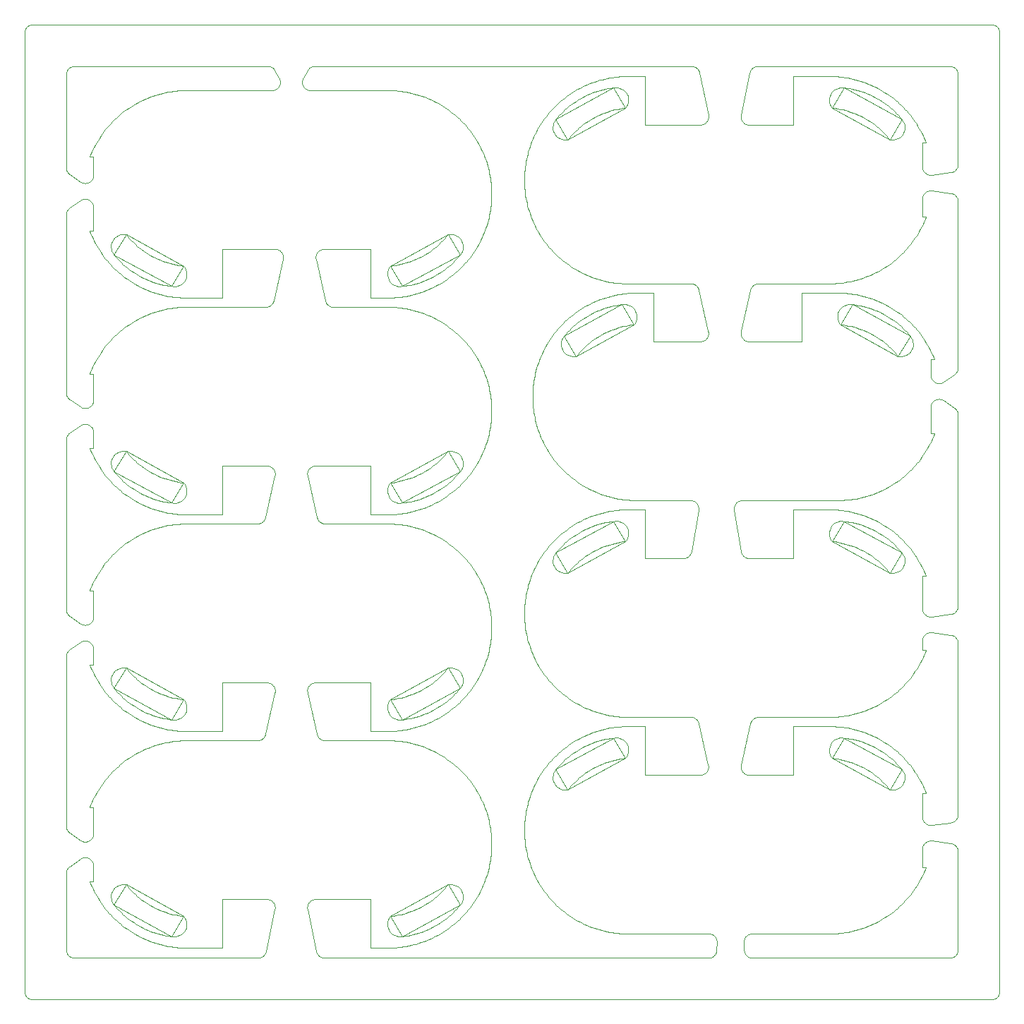
<source format=gko>
%MOIN*%
%OFA0B0*%
%FSLAX36Y36*%
%IPPOS*%
%LPD*%
%ADD10C,0*%
D10*
X004566928Y000000000D02*
X004566928Y000000000D01*
X004575689Y000000986D01*
X004584010Y000003897D01*
X004591474Y000008588D01*
X004597708Y000014822D01*
X004602400Y000022287D01*
X004605311Y000030608D01*
X004606298Y000039369D01*
X004606298Y004566928D01*
X004605311Y004575689D01*
X004602400Y004584010D01*
X004597708Y004591474D01*
X004591474Y004597708D01*
X004584010Y004602400D01*
X004575689Y004605311D01*
X004566928Y004606298D01*
X000039369Y004606298D01*
X000030608Y004605311D01*
X000022287Y004602400D01*
X000014822Y004597708D01*
X000008588Y004591474D01*
X000003897Y004584010D01*
X000000986Y004575689D01*
X000000000Y004566928D01*
X000000000Y000039369D01*
X000000986Y000030608D01*
X000003897Y000022287D01*
X000008588Y000014822D01*
X000014822Y000008588D01*
X000022287Y000003897D01*
X000030608Y000000986D01*
X000039369Y000000000D01*
X004566928Y000000000D01*
X004096664Y004061640D02*
X004096664Y004061640D01*
X004087077Y004062890D01*
X004144204Y004157709D01*
X004149789Y004149817D01*
X004153999Y004141113D01*
X004156718Y004131834D01*
X004157872Y004122235D01*
X004157428Y004112576D01*
X004155401Y004103122D01*
X004151843Y004094132D01*
X004146854Y004085850D01*
X004140568Y004078503D01*
X004133158Y004072292D01*
X004124827Y004067386D01*
X004115801Y004063919D01*
X004106327Y004061986D01*
X004096664Y004061640D01*
X002556878Y004061640D02*
X002556878Y004061640D01*
X002547215Y004061986D01*
X002537741Y004063919D01*
X002528715Y004067386D01*
X002520384Y004072292D01*
X002512974Y004078503D01*
X002506688Y004085850D01*
X002501699Y004094132D01*
X002498141Y004103122D01*
X002496113Y004112576D01*
X002495670Y004122235D01*
X002496823Y004131834D01*
X002499542Y004141113D01*
X002503753Y004149817D01*
X002509339Y004157709D01*
X002566465Y004062890D01*
X002556878Y004061640D01*
X004087077Y004062890D02*
X004087077Y004062890D01*
X003814945Y004212105D01*
X003827591Y004210544D01*
X003840181Y004208584D01*
X003852703Y004206228D01*
X003865144Y004203479D01*
X003877493Y004200338D01*
X003889736Y004196809D01*
X003901862Y004192895D01*
X003913858Y004188601D01*
X003925713Y004183931D01*
X003937415Y004178889D01*
X003948951Y004173480D01*
X003960311Y004167709D01*
X003971483Y004161583D01*
X003982457Y004155107D01*
X003993221Y004148289D01*
X004003763Y004141134D01*
X004014076Y004133650D01*
X004024146Y004125845D01*
X004033966Y004117725D01*
X004043525Y004109300D01*
X004052813Y004100577D01*
X004061821Y004091566D01*
X004070540Y004082274D01*
X004078962Y004072712D01*
X004087077Y004062890D01*
X002566465Y004062890D02*
X002566465Y004062890D01*
X002574581Y004072712D01*
X002583002Y004082274D01*
X002591722Y004091566D01*
X002600729Y004100577D01*
X002610017Y004109300D01*
X002619576Y004117725D01*
X002629395Y004125845D01*
X002639466Y004133650D01*
X002649778Y004141134D01*
X002660321Y004148289D01*
X002671085Y004155107D01*
X002682058Y004161583D01*
X002693231Y004167709D01*
X002704591Y004173480D01*
X002716127Y004178889D01*
X002727829Y004183931D01*
X002739684Y004188601D01*
X002751680Y004192895D01*
X002763806Y004196809D01*
X002776049Y004200338D01*
X002788398Y004203479D01*
X002800839Y004206228D01*
X002813361Y004208584D01*
X002825951Y004210544D01*
X002838597Y004212105D01*
X002566465Y004062890D01*
X004144107Y004157627D02*
X004144107Y004157627D01*
X003872018Y004306886D01*
X003884662Y004305320D01*
X003897250Y004303356D01*
X003909771Y004300996D01*
X003922211Y004298243D01*
X003934557Y004295099D01*
X003946798Y004291566D01*
X003958922Y004287650D01*
X003970916Y004283353D01*
X003982769Y004278679D01*
X003994468Y004273635D01*
X004006002Y004268223D01*
X004017361Y004262452D01*
X004028531Y004256323D01*
X004039502Y004249847D01*
X004050264Y004243027D01*
X004060805Y004235871D01*
X004071116Y004228387D01*
X004081185Y004220581D01*
X004091003Y004212461D01*
X004100560Y004204035D01*
X004109846Y004195313D01*
X004118853Y004186301D01*
X004127571Y004177010D01*
X004135992Y004167449D01*
X004144107Y004157627D01*
X002509435Y004157627D02*
X002509435Y004157627D01*
X002517550Y004167449D01*
X002525971Y004177010D01*
X002534689Y004186301D01*
X002543696Y004195313D01*
X002552982Y004204035D01*
X002562539Y004212461D01*
X002572357Y004220581D01*
X002582426Y004228387D01*
X002592737Y004235871D01*
X002603278Y004243027D01*
X002614040Y004249847D01*
X002625011Y004256323D01*
X002636181Y004262452D01*
X002647540Y004268223D01*
X002659074Y004273635D01*
X002670773Y004278679D01*
X002682626Y004283353D01*
X002694620Y004287650D01*
X002706743Y004291566D01*
X002718985Y004295099D01*
X002731331Y004298243D01*
X002743771Y004300996D01*
X002756291Y004303356D01*
X002768880Y004305320D01*
X002781524Y004306886D01*
X002509435Y004157627D01*
X003814945Y004212105D02*
X003814945Y004212105D01*
X003809274Y004219977D01*
X003804988Y004228681D01*
X003802203Y004237975D01*
X003800999Y004247603D01*
X003801408Y004257296D01*
X003803420Y004266788D01*
X003806977Y004275814D01*
X003811981Y004284126D01*
X003818296Y004291493D01*
X003825744Y004297710D01*
X003834120Y004302606D01*
X003843192Y004306046D01*
X003852709Y004307933D01*
X003862408Y004308216D01*
X003872018Y004306886D01*
X003814945Y004212105D01*
X002838597Y004212105D02*
X002838597Y004212105D01*
X002781524Y004306886D01*
X002791134Y004308216D01*
X002800833Y004307933D01*
X002810349Y004306046D01*
X002819422Y004302606D01*
X002827798Y004297710D01*
X002835247Y004291493D01*
X002841560Y004284126D01*
X002846565Y004275814D01*
X002850123Y004266788D01*
X002852133Y004257296D01*
X002852542Y004247603D01*
X002851339Y004237975D01*
X002848554Y004228681D01*
X002844268Y004219977D01*
X002838597Y004212105D01*
X004136034Y003038018D02*
X004136034Y003038018D01*
X004126447Y003039268D01*
X004183574Y003134087D01*
X004189159Y003126195D01*
X004193369Y003117491D01*
X004196088Y003108212D01*
X004197242Y003098613D01*
X004196798Y003088954D01*
X004194771Y003079500D01*
X004191213Y003070510D01*
X004186224Y003062228D01*
X004179938Y003054881D01*
X004172528Y003048670D01*
X004164197Y003043764D01*
X004155171Y003040297D01*
X004145697Y003038364D01*
X004136034Y003038018D01*
X002596248Y003038018D02*
X002596248Y003038018D01*
X002586585Y003038364D01*
X002577111Y003040297D01*
X002568085Y003043764D01*
X002559754Y003048670D01*
X002552344Y003054881D01*
X002546059Y003062228D01*
X002541069Y003070510D01*
X002537511Y003079500D01*
X002535483Y003088954D01*
X002535040Y003098613D01*
X002536193Y003108212D01*
X002538912Y003117491D01*
X002543123Y003126195D01*
X002548709Y003134087D01*
X002605835Y003039268D01*
X002596248Y003038018D01*
X004126447Y003039268D02*
X004126447Y003039268D01*
X003854315Y003188483D01*
X003866961Y003186922D01*
X003879551Y003184962D01*
X003892073Y003182606D01*
X003904515Y003179857D01*
X003916863Y003176716D01*
X003929106Y003173187D01*
X003941232Y003169273D01*
X003953228Y003164979D01*
X003965083Y003160309D01*
X003976785Y003155267D01*
X003988321Y003149858D01*
X003999681Y003144087D01*
X004010853Y003137961D01*
X004021827Y003131485D01*
X004032591Y003124667D01*
X004043133Y003117512D01*
X004053446Y003110028D01*
X004063517Y003102222D01*
X004073336Y003094103D01*
X004082895Y003085678D01*
X004092183Y003076955D01*
X004101191Y003067944D01*
X004109910Y003058652D01*
X004118332Y003049090D01*
X004126447Y003039268D01*
X002605835Y003039268D02*
X002605835Y003039268D01*
X002613951Y003049090D01*
X002622372Y003058652D01*
X002631092Y003067944D01*
X002640100Y003076955D01*
X002649387Y003085678D01*
X002658946Y003094103D01*
X002668765Y003102222D01*
X002678836Y003110028D01*
X002689148Y003117512D01*
X002699691Y003124667D01*
X002710455Y003131485D01*
X002721429Y003137961D01*
X002732601Y003144087D01*
X002743961Y003149858D01*
X002755497Y003155267D01*
X002767199Y003160309D01*
X002779054Y003164979D01*
X002791050Y003169273D01*
X002803176Y003173187D01*
X002815419Y003176716D01*
X002827768Y003179857D01*
X002840209Y003182606D01*
X002852731Y003184962D01*
X002865321Y003186922D01*
X002877967Y003188483D01*
X002605835Y003039268D01*
X004183477Y003134005D02*
X004183477Y003134005D01*
X003911388Y003283264D01*
X003924032Y003281698D01*
X003936620Y003279734D01*
X003949141Y003277374D01*
X003961581Y003274621D01*
X003973927Y003271477D01*
X003986168Y003267944D01*
X003998292Y003264027D01*
X004010286Y003259731D01*
X004022139Y003255057D01*
X004033838Y003250013D01*
X004045372Y003244601D01*
X004056731Y003238829D01*
X004067901Y003232701D01*
X004078872Y003226225D01*
X004089634Y003219405D01*
X004100175Y003212249D01*
X004110486Y003204765D01*
X004120555Y003196959D01*
X004130373Y003188839D01*
X004139930Y003180413D01*
X004149216Y003171690D01*
X004158223Y003162679D01*
X004166941Y003153388D01*
X004175362Y003143827D01*
X004183477Y003134005D01*
X002548805Y003134005D02*
X002548805Y003134005D01*
X002556920Y003143827D01*
X002565341Y003153388D01*
X002574059Y003162679D01*
X002583066Y003171690D01*
X002592352Y003180413D01*
X002601909Y003188839D01*
X002611727Y003196959D01*
X002621796Y003204765D01*
X002632107Y003212249D01*
X002642648Y003219405D01*
X002653410Y003226225D01*
X002664381Y003232701D01*
X002675552Y003238829D01*
X002686910Y003244601D01*
X002698444Y003250013D01*
X002710143Y003255057D01*
X002721996Y003259731D01*
X002733990Y003264027D01*
X002746114Y003267944D01*
X002758355Y003271477D01*
X002770702Y003274621D01*
X002783141Y003277374D01*
X002795661Y003279734D01*
X002808250Y003281698D01*
X002820894Y003283264D01*
X002548805Y003134005D01*
X003854316Y003188483D02*
X003854316Y003188483D01*
X003848645Y003196355D01*
X003844358Y003205059D01*
X003841573Y003214353D01*
X003840369Y003223981D01*
X003840778Y003233674D01*
X003842790Y003243166D01*
X003846347Y003252192D01*
X003851352Y003260504D01*
X003857666Y003267871D01*
X003865114Y003274088D01*
X003873490Y003278984D01*
X003882562Y003282424D01*
X003892079Y003284311D01*
X003901778Y003284594D01*
X003911388Y003283264D01*
X003854316Y003188483D01*
X002877967Y003188483D02*
X002877967Y003188483D01*
X002820894Y003283264D01*
X002830505Y003284594D01*
X002840203Y003284311D01*
X002849720Y003282424D01*
X002858792Y003278984D01*
X002867168Y003274088D01*
X002874617Y003267871D01*
X002880930Y003260504D01*
X002885935Y003252192D01*
X002889493Y003243166D01*
X002891503Y003233674D01*
X002891912Y003223981D01*
X002890709Y003214353D01*
X002887924Y003205059D01*
X002883638Y003196355D01*
X002877967Y003188483D01*
X000470264Y003615524D02*
X000470264Y003615524D01*
X000479851Y003614274D01*
X000422724Y003519456D01*
X000417139Y003527348D01*
X000412929Y003536051D01*
X000410210Y003545330D01*
X000409056Y003554930D01*
X000409500Y003564588D01*
X000411527Y003574042D01*
X000415085Y003583033D01*
X000420075Y003591314D01*
X000426360Y003598661D01*
X000433770Y003604873D01*
X000442101Y003609779D01*
X000451127Y003613246D01*
X000460601Y003615178D01*
X000470264Y003615524D01*
X002010051Y003615524D02*
X002010051Y003615524D01*
X002019713Y003615178D01*
X002029187Y003613246D01*
X002038213Y003609779D01*
X002046544Y003604873D01*
X002053954Y003598661D01*
X002060240Y003591314D01*
X002065229Y003583033D01*
X002068787Y003574042D01*
X002070815Y003564588D01*
X002071258Y003554930D01*
X002070105Y003545330D01*
X002067386Y003536051D01*
X002063176Y003527348D01*
X002057589Y003519456D01*
X002000463Y003614274D01*
X002010051Y003615524D01*
X000479851Y003614275D02*
X000479851Y003614275D01*
X000751983Y003465060D01*
X000739337Y003466621D01*
X000726747Y003468580D01*
X000714225Y003470936D01*
X000701784Y003473686D01*
X000689435Y003476826D01*
X000677192Y003480355D01*
X000665066Y003484269D01*
X000653070Y003488563D01*
X000641215Y003493234D01*
X000629513Y003498276D01*
X000617977Y003503685D01*
X000606617Y003509456D01*
X000595445Y003515581D01*
X000584471Y003522057D01*
X000573707Y003528876D01*
X000563165Y003536030D01*
X000552852Y003543514D01*
X000542782Y003551320D01*
X000532962Y003559439D01*
X000523404Y003567865D01*
X000514116Y003576587D01*
X000505107Y003585599D01*
X000496388Y003594890D01*
X000487967Y003604452D01*
X000479851Y003614275D01*
X002000463Y003614275D02*
X002000463Y003614275D01*
X001992347Y003604452D01*
X001983926Y003594890D01*
X001975206Y003585599D01*
X001966199Y003576587D01*
X001956911Y003567865D01*
X001947353Y003559439D01*
X001937533Y003551320D01*
X001927462Y003543514D01*
X001917150Y003536030D01*
X001906607Y003528876D01*
X001895843Y003522057D01*
X001884870Y003515581D01*
X001873697Y003509456D01*
X001862337Y003503685D01*
X001850801Y003498276D01*
X001839099Y003493234D01*
X001827244Y003488563D01*
X001815248Y003484269D01*
X001803122Y003480355D01*
X001790879Y003476826D01*
X001778531Y003473686D01*
X001766089Y003470936D01*
X001753567Y003468580D01*
X001740977Y003466621D01*
X001728331Y003465060D01*
X002000463Y003614275D01*
X000422821Y003519537D02*
X000422821Y003519537D01*
X000694910Y003370279D01*
X000682266Y003371844D01*
X000669678Y003373808D01*
X000657157Y003376168D01*
X000644718Y003378922D01*
X000632371Y003382066D01*
X000620130Y003385598D01*
X000608006Y003389515D01*
X000596012Y003393812D01*
X000584159Y003398485D01*
X000572460Y003403529D01*
X000560926Y003408941D01*
X000549568Y003414713D01*
X000538397Y003420841D01*
X000527426Y003427318D01*
X000516664Y003434137D01*
X000506123Y003441293D01*
X000495812Y003448778D01*
X000485743Y003456584D01*
X000475925Y003464704D01*
X000466368Y003473129D01*
X000457082Y003481852D01*
X000448075Y003490863D01*
X000439357Y003500154D01*
X000430936Y003509715D01*
X000422821Y003519537D01*
X002057493Y003519537D02*
X002057493Y003519537D01*
X002049378Y003509715D01*
X002040957Y003500154D01*
X002032239Y003490863D01*
X002023233Y003481852D01*
X002013946Y003473129D01*
X002004389Y003464704D01*
X001994571Y003456584D01*
X001984502Y003448778D01*
X001974192Y003441293D01*
X001963650Y003434137D01*
X001952888Y003427318D01*
X001941917Y003420841D01*
X001930747Y003414713D01*
X001919388Y003408941D01*
X001907854Y003403529D01*
X001896155Y003398485D01*
X001884302Y003393812D01*
X001872308Y003389515D01*
X001860185Y003385598D01*
X001847943Y003382066D01*
X001835597Y003378922D01*
X001823157Y003376168D01*
X001810637Y003373808D01*
X001798048Y003371844D01*
X001785404Y003370279D01*
X002057493Y003519537D01*
X000751983Y003465060D02*
X000751983Y003465060D01*
X000757654Y003457187D01*
X000761941Y003448483D01*
X000764725Y003439189D01*
X000765929Y003429562D01*
X000765520Y003419868D01*
X000763508Y003410377D01*
X000759951Y003401350D01*
X000754947Y003393038D01*
X000748632Y003385672D01*
X000741184Y003379454D01*
X000732808Y003374558D01*
X000723736Y003371119D01*
X000714219Y003369232D01*
X000704521Y003368949D01*
X000694910Y003370279D01*
X000751983Y003465060D01*
X001728331Y003465060D02*
X001728331Y003465060D01*
X001785404Y003370279D01*
X001775794Y003368949D01*
X001766096Y003369232D01*
X001756579Y003371119D01*
X001747506Y003374558D01*
X001739130Y003379454D01*
X001731682Y003385672D01*
X001725368Y003393038D01*
X001720363Y003401350D01*
X001716806Y003410377D01*
X001714795Y003419868D01*
X001714386Y003429562D01*
X001715590Y003439189D01*
X001718374Y003448483D01*
X001722660Y003457187D01*
X001728331Y003465060D01*
X000470264Y002591902D02*
X000470264Y002591902D01*
X000479851Y002590652D01*
X000422724Y002495834D01*
X000417139Y002503726D01*
X000412929Y002512429D01*
X000410210Y002521708D01*
X000409056Y002531308D01*
X000409500Y002540966D01*
X000411527Y002550420D01*
X000415085Y002559411D01*
X000420075Y002567692D01*
X000426360Y002575039D01*
X000433770Y002581251D01*
X000442101Y002586157D01*
X000451127Y002589624D01*
X000460601Y002591556D01*
X000470264Y002591902D01*
X002010051Y002591902D02*
X002010051Y002591902D01*
X002019713Y002591556D01*
X002029187Y002589624D01*
X002038213Y002586157D01*
X002046544Y002581251D01*
X002053954Y002575039D01*
X002060240Y002567692D01*
X002065229Y002559411D01*
X002068787Y002550420D01*
X002070815Y002540966D01*
X002071258Y002531308D01*
X002070105Y002521708D01*
X002067386Y002512429D01*
X002063176Y002503726D01*
X002057589Y002495834D01*
X002000463Y002590652D01*
X002010051Y002591902D01*
X000479851Y002590653D02*
X000479851Y002590653D01*
X000751983Y002441438D01*
X000739337Y002442999D01*
X000726747Y002444958D01*
X000714225Y002447314D01*
X000701784Y002450064D01*
X000689435Y002453204D01*
X000677192Y002456733D01*
X000665066Y002460647D01*
X000653070Y002464941D01*
X000641215Y002469612D01*
X000629513Y002474654D01*
X000617977Y002480063D01*
X000606617Y002485833D01*
X000595445Y002491959D01*
X000584471Y002498435D01*
X000573707Y002505254D01*
X000563165Y002512408D01*
X000552852Y002519892D01*
X000542782Y002527698D01*
X000532962Y002535817D01*
X000523404Y002544242D01*
X000514116Y002552965D01*
X000505107Y002561977D01*
X000496388Y002571268D01*
X000487967Y002580830D01*
X000479851Y002590653D01*
X002000463Y002590653D02*
X002000463Y002590653D01*
X001992347Y002580830D01*
X001983926Y002571268D01*
X001975206Y002561977D01*
X001966199Y002552965D01*
X001956911Y002544242D01*
X001947353Y002535817D01*
X001937533Y002527698D01*
X001927462Y002519892D01*
X001917150Y002512408D01*
X001906607Y002505254D01*
X001895843Y002498435D01*
X001884870Y002491959D01*
X001873697Y002485833D01*
X001862337Y002480063D01*
X001850801Y002474654D01*
X001839099Y002469612D01*
X001827244Y002464941D01*
X001815248Y002460647D01*
X001803122Y002456733D01*
X001790879Y002453204D01*
X001778531Y002450064D01*
X001766089Y002447314D01*
X001753567Y002444958D01*
X001740977Y002442999D01*
X001728331Y002441438D01*
X002000463Y002590653D01*
X000422821Y002495915D02*
X000422821Y002495915D01*
X000694910Y002346656D01*
X000682266Y002348222D01*
X000669678Y002350186D01*
X000657157Y002352546D01*
X000644718Y002355300D01*
X000632371Y002358444D01*
X000620130Y002361976D01*
X000608006Y002365893D01*
X000596012Y002370190D01*
X000584159Y002374863D01*
X000572460Y002379907D01*
X000560926Y002385319D01*
X000549568Y002391091D01*
X000538397Y002397219D01*
X000527426Y002403696D01*
X000516664Y002410515D01*
X000506123Y002417671D01*
X000495812Y002425156D01*
X000485743Y002432962D01*
X000475925Y002441082D01*
X000466368Y002449507D01*
X000457082Y002458230D01*
X000448075Y002467241D01*
X000439357Y002476532D01*
X000430936Y002486093D01*
X000422821Y002495915D01*
X002057493Y002495915D02*
X002057493Y002495915D01*
X002049378Y002486093D01*
X002040957Y002476532D01*
X002032239Y002467241D01*
X002023233Y002458230D01*
X002013946Y002449507D01*
X002004389Y002441082D01*
X001994571Y002432962D01*
X001984502Y002425156D01*
X001974192Y002417671D01*
X001963650Y002410515D01*
X001952888Y002403696D01*
X001941917Y002397219D01*
X001930747Y002391091D01*
X001919388Y002385319D01*
X001907854Y002379907D01*
X001896155Y002374863D01*
X001884302Y002370190D01*
X001872308Y002365893D01*
X001860185Y002361976D01*
X001847943Y002358444D01*
X001835597Y002355300D01*
X001823157Y002352546D01*
X001810637Y002350186D01*
X001798048Y002348222D01*
X001785404Y002346656D01*
X002057493Y002495915D01*
X000751983Y002441438D02*
X000751983Y002441438D01*
X000757654Y002433565D01*
X000761941Y002424861D01*
X000764725Y002415567D01*
X000765929Y002405940D01*
X000765520Y002396246D01*
X000763508Y002386755D01*
X000759951Y002377728D01*
X000754947Y002369416D01*
X000748632Y002362050D01*
X000741184Y002355832D01*
X000732808Y002350936D01*
X000723736Y002347497D01*
X000714219Y002345610D01*
X000704521Y002345327D01*
X000694910Y002346656D01*
X000751983Y002441438D01*
X001728331Y002441438D02*
X001728331Y002441438D01*
X001785404Y002346656D01*
X001775794Y002345327D01*
X001766096Y002345610D01*
X001756579Y002347497D01*
X001747506Y002350936D01*
X001739130Y002355832D01*
X001731682Y002362050D01*
X001725368Y002369416D01*
X001720363Y002377728D01*
X001716806Y002386755D01*
X001714795Y002396246D01*
X001714386Y002405940D01*
X001715590Y002415567D01*
X001718374Y002424861D01*
X001722660Y002433565D01*
X001728331Y002441438D01*
X004096664Y002014396D02*
X004096664Y002014396D01*
X004087077Y002015646D01*
X004144204Y002110465D01*
X004149789Y002102573D01*
X004153999Y002093869D01*
X004156718Y002084590D01*
X004157872Y002074991D01*
X004157428Y002065332D01*
X004155401Y002055878D01*
X004151843Y002046888D01*
X004146854Y002038606D01*
X004140568Y002031259D01*
X004133158Y002025047D01*
X004124827Y002020142D01*
X004115801Y002016675D01*
X004106327Y002014742D01*
X004096664Y002014396D01*
X002556878Y002014396D02*
X002556878Y002014396D01*
X002547215Y002014742D01*
X002537741Y002016675D01*
X002528715Y002020142D01*
X002520384Y002025047D01*
X002512974Y002031259D01*
X002506688Y002038606D01*
X002501699Y002046888D01*
X002498141Y002055878D01*
X002496113Y002065332D01*
X002495670Y002074991D01*
X002496823Y002084590D01*
X002499542Y002093869D01*
X002503753Y002102573D01*
X002509339Y002110465D01*
X002566465Y002015646D01*
X002556878Y002014396D01*
X004087077Y002015646D02*
X004087077Y002015646D01*
X003814945Y002164861D01*
X003827591Y002163300D01*
X003840181Y002161340D01*
X003852703Y002158984D01*
X003865144Y002156235D01*
X003877493Y002153094D01*
X003889736Y002149565D01*
X003901862Y002145651D01*
X003913858Y002141357D01*
X003925713Y002136687D01*
X003937415Y002131645D01*
X003948951Y002126235D01*
X003960311Y002120465D01*
X003971483Y002114339D01*
X003982457Y002107863D01*
X003993221Y002101045D01*
X004003763Y002093890D01*
X004014076Y002086406D01*
X004024146Y002078600D01*
X004033966Y002070481D01*
X004043525Y002062056D01*
X004052813Y002053333D01*
X004061821Y002044322D01*
X004070540Y002035030D01*
X004078962Y002025468D01*
X004087077Y002015646D01*
X002566465Y002015646D02*
X002566465Y002015646D01*
X002574581Y002025468D01*
X002583002Y002035030D01*
X002591722Y002044322D01*
X002600729Y002053333D01*
X002610017Y002062056D01*
X002619576Y002070481D01*
X002629395Y002078600D01*
X002639466Y002086406D01*
X002649778Y002093890D01*
X002660321Y002101045D01*
X002671085Y002107863D01*
X002682058Y002114339D01*
X002693231Y002120465D01*
X002704591Y002126235D01*
X002716127Y002131645D01*
X002727829Y002136687D01*
X002739684Y002141357D01*
X002751680Y002145651D01*
X002763806Y002149565D01*
X002776049Y002153094D01*
X002788398Y002156235D01*
X002800839Y002158984D01*
X002813361Y002161340D01*
X002825951Y002163300D01*
X002838597Y002164861D01*
X002566465Y002015646D01*
X004144107Y002110383D02*
X004144107Y002110383D01*
X003872018Y002259642D01*
X003884662Y002258076D01*
X003897250Y002256112D01*
X003909771Y002253752D01*
X003922211Y002250999D01*
X003934557Y002247855D01*
X003946798Y002244322D01*
X003958922Y002240405D01*
X003970916Y002236109D01*
X003982769Y002231435D01*
X003994468Y002226391D01*
X004006002Y002220979D01*
X004017361Y002215207D01*
X004028531Y002209079D01*
X004039502Y002202603D01*
X004050264Y002195783D01*
X004060805Y002188627D01*
X004071116Y002181142D01*
X004081185Y002173336D01*
X004091003Y002165217D01*
X004100560Y002156791D01*
X004109846Y002148068D01*
X004118853Y002139057D01*
X004127571Y002129766D01*
X004135992Y002120205D01*
X004144107Y002110383D01*
X002509435Y002110383D02*
X002509435Y002110383D01*
X002517550Y002120205D01*
X002525971Y002129766D01*
X002534689Y002139057D01*
X002543696Y002148068D01*
X002552982Y002156791D01*
X002562539Y002165217D01*
X002572357Y002173336D01*
X002582426Y002181142D01*
X002592737Y002188627D01*
X002603278Y002195783D01*
X002614040Y002202603D01*
X002625011Y002209079D01*
X002636181Y002215207D01*
X002647540Y002220979D01*
X002659074Y002226391D01*
X002670773Y002231435D01*
X002682626Y002236109D01*
X002694620Y002240405D01*
X002706743Y002244322D01*
X002718985Y002247855D01*
X002731331Y002250999D01*
X002743771Y002253752D01*
X002756291Y002256112D01*
X002768880Y002258076D01*
X002781524Y002259642D01*
X002509435Y002110383D01*
X003814945Y002164861D02*
X003814945Y002164861D01*
X003809274Y002172733D01*
X003804988Y002181437D01*
X003802203Y002190731D01*
X003800999Y002200359D01*
X003801408Y002210052D01*
X003803420Y002219544D01*
X003806977Y002228570D01*
X003811981Y002236882D01*
X003818296Y002244249D01*
X003825744Y002250466D01*
X003834120Y002255362D01*
X003843192Y002258802D01*
X003852709Y002260689D01*
X003862408Y002260971D01*
X003872018Y002259642D01*
X003814945Y002164861D01*
X002838597Y002164861D02*
X002838597Y002164861D01*
X002781524Y002259642D01*
X002791134Y002260971D01*
X002800833Y002260689D01*
X002810349Y002258802D01*
X002819422Y002255362D01*
X002827798Y002250466D01*
X002835247Y002244249D01*
X002841560Y002236882D01*
X002846565Y002228570D01*
X002850123Y002219544D01*
X002852133Y002210052D01*
X002852542Y002200359D01*
X002851339Y002190731D01*
X002848554Y002181437D01*
X002844268Y002172733D01*
X002838597Y002164861D01*
X000470264Y001568280D02*
X000470264Y001568280D01*
X000479851Y001567030D01*
X000422724Y001472212D01*
X000417139Y001480104D01*
X000412929Y001488807D01*
X000410210Y001498086D01*
X000409056Y001507686D01*
X000409500Y001517344D01*
X000411527Y001526798D01*
X000415085Y001535789D01*
X000420075Y001544070D01*
X000426360Y001551417D01*
X000433770Y001557629D01*
X000442101Y001562535D01*
X000451127Y001566002D01*
X000460601Y001567934D01*
X000470264Y001568280D01*
X002010051Y001568280D02*
X002010051Y001568280D01*
X002019713Y001567934D01*
X002029187Y001566002D01*
X002038213Y001562535D01*
X002046544Y001557629D01*
X002053954Y001551417D01*
X002060240Y001544070D01*
X002065229Y001535789D01*
X002068787Y001526798D01*
X002070815Y001517344D01*
X002071258Y001507686D01*
X002070105Y001498086D01*
X002067386Y001488807D01*
X002063176Y001480104D01*
X002057589Y001472212D01*
X002000463Y001567030D01*
X002010051Y001568280D01*
X000479851Y001567031D02*
X000479851Y001567031D01*
X000751983Y001417816D01*
X000739337Y001419377D01*
X000726747Y001421336D01*
X000714225Y001423692D01*
X000701784Y001426442D01*
X000689435Y001429582D01*
X000677192Y001433111D01*
X000665066Y001437025D01*
X000653070Y001441319D01*
X000641215Y001445990D01*
X000629513Y001451032D01*
X000617977Y001456441D01*
X000606617Y001462211D01*
X000595445Y001468337D01*
X000584471Y001474813D01*
X000573707Y001481632D01*
X000563165Y001488786D01*
X000552852Y001496270D01*
X000542782Y001504076D01*
X000532962Y001512195D01*
X000523404Y001520620D01*
X000514116Y001529343D01*
X000505107Y001538355D01*
X000496388Y001547646D01*
X000487967Y001557208D01*
X000479851Y001567031D01*
X002000463Y001567031D02*
X002000463Y001567031D01*
X001992347Y001557208D01*
X001983926Y001547646D01*
X001975206Y001538355D01*
X001966199Y001529343D01*
X001956911Y001520620D01*
X001947353Y001512195D01*
X001937533Y001504076D01*
X001927462Y001496270D01*
X001917150Y001488786D01*
X001906607Y001481632D01*
X001895843Y001474813D01*
X001884870Y001468337D01*
X001873697Y001462211D01*
X001862337Y001456441D01*
X001850801Y001451032D01*
X001839099Y001445990D01*
X001827244Y001441319D01*
X001815248Y001437025D01*
X001803122Y001433111D01*
X001790879Y001429582D01*
X001778531Y001426442D01*
X001766089Y001423692D01*
X001753567Y001421336D01*
X001740977Y001419377D01*
X001728331Y001417816D01*
X002000463Y001567031D01*
X000422821Y001472293D02*
X000422821Y001472293D01*
X000694910Y001323034D01*
X000682266Y001324600D01*
X000669678Y001326564D01*
X000657157Y001328924D01*
X000644718Y001331678D01*
X000632371Y001334822D01*
X000620130Y001338354D01*
X000608006Y001342271D01*
X000596012Y001346568D01*
X000584159Y001351241D01*
X000572460Y001356285D01*
X000560926Y001361697D01*
X000549568Y001367469D01*
X000538397Y001373597D01*
X000527426Y001380073D01*
X000516664Y001386893D01*
X000506123Y001394049D01*
X000495812Y001401534D01*
X000485743Y001409340D01*
X000475925Y001417460D01*
X000466368Y001425885D01*
X000457082Y001434608D01*
X000448075Y001443619D01*
X000439357Y001452910D01*
X000430936Y001462471D01*
X000422821Y001472293D01*
X002057493Y001472293D02*
X002057493Y001472293D01*
X002049378Y001462471D01*
X002040957Y001452910D01*
X002032239Y001443619D01*
X002023233Y001434608D01*
X002013946Y001425885D01*
X002004389Y001417460D01*
X001994571Y001409340D01*
X001984502Y001401534D01*
X001974192Y001394049D01*
X001963650Y001386893D01*
X001952888Y001380073D01*
X001941917Y001373597D01*
X001930747Y001367469D01*
X001919388Y001361697D01*
X001907854Y001356285D01*
X001896155Y001351241D01*
X001884302Y001346568D01*
X001872308Y001342271D01*
X001860185Y001338354D01*
X001847943Y001334822D01*
X001835597Y001331678D01*
X001823157Y001328924D01*
X001810637Y001326564D01*
X001798048Y001324600D01*
X001785404Y001323034D01*
X002057493Y001472293D01*
X000751983Y001417816D02*
X000751983Y001417816D01*
X000757654Y001409943D01*
X000761941Y001401239D01*
X000764725Y001391945D01*
X000765929Y001382318D01*
X000765520Y001372624D01*
X000763508Y001363133D01*
X000759951Y001354106D01*
X000754947Y001345794D01*
X000748632Y001338427D01*
X000741184Y001332210D01*
X000732808Y001327314D01*
X000723736Y001323875D01*
X000714219Y001321988D01*
X000704521Y001321705D01*
X000694910Y001323034D01*
X000751983Y001417816D01*
X001728331Y001417816D02*
X001728331Y001417816D01*
X001785404Y001323034D01*
X001775794Y001321705D01*
X001766096Y001321988D01*
X001756579Y001323875D01*
X001747506Y001327314D01*
X001739130Y001332210D01*
X001731682Y001338427D01*
X001725368Y001345794D01*
X001720363Y001354106D01*
X001716806Y001363133D01*
X001714795Y001372624D01*
X001714386Y001382318D01*
X001715590Y001391945D01*
X001718374Y001401239D01*
X001722660Y001409943D01*
X001728331Y001417816D01*
X004096664Y000990774D02*
X004096664Y000990774D01*
X004087077Y000992024D01*
X004144204Y001086842D01*
X004149789Y001078951D01*
X004153999Y001070247D01*
X004156718Y001060968D01*
X004157872Y001051369D01*
X004157428Y001041710D01*
X004155401Y001032256D01*
X004151843Y001023266D01*
X004146854Y001014984D01*
X004140568Y001007637D01*
X004133158Y001001425D01*
X004124827Y000996519D01*
X004115801Y000993053D01*
X004106327Y000991120D01*
X004096664Y000990774D01*
X002556878Y000990774D02*
X002556878Y000990774D01*
X002547215Y000991120D01*
X002537741Y000993053D01*
X002528715Y000996519D01*
X002520384Y001001425D01*
X002512974Y001007637D01*
X002506688Y001014984D01*
X002501699Y001023266D01*
X002498141Y001032256D01*
X002496113Y001041710D01*
X002495670Y001051369D01*
X002496823Y001060968D01*
X002499542Y001070247D01*
X002503753Y001078951D01*
X002509339Y001086842D01*
X002566465Y000992024D01*
X002556878Y000990774D01*
X004087077Y000992024D02*
X004087077Y000992024D01*
X003814945Y001141239D01*
X003827591Y001139678D01*
X003840181Y001137718D01*
X003852703Y001135362D01*
X003865144Y001132613D01*
X003877493Y001129472D01*
X003889736Y001125943D01*
X003901862Y001122029D01*
X003913858Y001117735D01*
X003925713Y001113064D01*
X003937415Y001108022D01*
X003948951Y001102613D01*
X003960311Y001096843D01*
X003971483Y001090717D01*
X003982457Y001084241D01*
X003993221Y001077423D01*
X004003763Y001070268D01*
X004014076Y001062784D01*
X004024146Y001054978D01*
X004033966Y001046859D01*
X004043525Y001038434D01*
X004052813Y001029711D01*
X004061821Y001020700D01*
X004070540Y001011408D01*
X004078962Y001001846D01*
X004087077Y000992024D01*
X002566465Y000992024D02*
X002566465Y000992024D01*
X002574581Y001001846D01*
X002583002Y001011408D01*
X002591722Y001020700D01*
X002600729Y001029711D01*
X002610017Y001038434D01*
X002619576Y001046859D01*
X002629395Y001054978D01*
X002639466Y001062784D01*
X002649778Y001070268D01*
X002660321Y001077423D01*
X002671085Y001084241D01*
X002682058Y001090717D01*
X002693231Y001096843D01*
X002704591Y001102613D01*
X002716127Y001108022D01*
X002727829Y001113064D01*
X002739684Y001117735D01*
X002751680Y001122029D01*
X002763806Y001125943D01*
X002776049Y001129472D01*
X002788398Y001132613D01*
X002800839Y001135362D01*
X002813361Y001137718D01*
X002825951Y001139678D01*
X002838597Y001141239D01*
X002566465Y000992024D01*
X004144107Y001086761D02*
X004144107Y001086761D01*
X003872018Y001236020D01*
X003884662Y001234454D01*
X003897250Y001232490D01*
X003909771Y001230130D01*
X003922211Y001227377D01*
X003934557Y001224233D01*
X003946798Y001220700D01*
X003958922Y001216783D01*
X003970916Y001212487D01*
X003982769Y001207813D01*
X003994468Y001202769D01*
X004006002Y001197357D01*
X004017361Y001191585D01*
X004028531Y001185457D01*
X004039502Y001178981D01*
X004050264Y001172161D01*
X004060805Y001165005D01*
X004071116Y001157520D01*
X004081185Y001149714D01*
X004091003Y001141595D01*
X004100560Y001133169D01*
X004109846Y001124446D01*
X004118853Y001115435D01*
X004127571Y001106144D01*
X004135992Y001096583D01*
X004144107Y001086761D01*
X002509435Y001086761D02*
X002509435Y001086761D01*
X002517550Y001096583D01*
X002525971Y001106144D01*
X002534689Y001115435D01*
X002543696Y001124446D01*
X002552982Y001133169D01*
X002562539Y001141595D01*
X002572357Y001149714D01*
X002582426Y001157520D01*
X002592737Y001165005D01*
X002603278Y001172161D01*
X002614040Y001178981D01*
X002625011Y001185457D01*
X002636181Y001191585D01*
X002647540Y001197357D01*
X002659074Y001202769D01*
X002670773Y001207813D01*
X002682626Y001212487D01*
X002694620Y001216783D01*
X002706743Y001220700D01*
X002718985Y001224233D01*
X002731331Y001227377D01*
X002743771Y001230130D01*
X002756291Y001232490D01*
X002768880Y001234454D01*
X002781524Y001236020D01*
X002509435Y001086761D01*
X003814945Y001141239D02*
X003814945Y001141239D01*
X003809274Y001149111D01*
X003804988Y001157815D01*
X003802203Y001167109D01*
X003800999Y001176737D01*
X003801408Y001186430D01*
X003803420Y001195922D01*
X003806977Y001204948D01*
X003811981Y001213260D01*
X003818296Y001220627D01*
X003825744Y001226844D01*
X003834120Y001231740D01*
X003843192Y001235180D01*
X003852709Y001237066D01*
X003862408Y001237349D01*
X003872018Y001236020D01*
X003814945Y001141239D01*
X002838597Y001141239D02*
X002838597Y001141239D01*
X002781524Y001236020D01*
X002791134Y001237349D01*
X002800833Y001237066D01*
X002810349Y001235180D01*
X002819422Y001231740D01*
X002827798Y001226844D01*
X002835247Y001220627D01*
X002841560Y001213260D01*
X002846565Y001204948D01*
X002850123Y001195922D01*
X002852133Y001186430D01*
X002852542Y001176737D01*
X002851339Y001167109D01*
X002848554Y001157815D01*
X002844268Y001149111D01*
X002838597Y001141239D01*
X000470264Y000544658D02*
X000470264Y000544658D01*
X000479851Y000543408D01*
X000422724Y000448590D01*
X000417139Y000456481D01*
X000412929Y000465185D01*
X000410210Y000474464D01*
X000409056Y000484064D01*
X000409500Y000493722D01*
X000411527Y000503176D01*
X000415085Y000512166D01*
X000420075Y000520448D01*
X000426360Y000527795D01*
X000433770Y000534007D01*
X000442101Y000538913D01*
X000451127Y000542379D01*
X000460601Y000544312D01*
X000470264Y000544658D01*
X002010051Y000544658D02*
X002010051Y000544658D01*
X002019713Y000544312D01*
X002029187Y000542379D01*
X002038213Y000538913D01*
X002046544Y000534007D01*
X002053954Y000527795D01*
X002060240Y000520448D01*
X002065229Y000512166D01*
X002068787Y000503176D01*
X002070815Y000493722D01*
X002071258Y000484064D01*
X002070105Y000474464D01*
X002067386Y000465185D01*
X002063176Y000456481D01*
X002057589Y000448590D01*
X002000463Y000543408D01*
X002010051Y000544658D01*
X000479851Y000543409D02*
X000479851Y000543409D01*
X000751983Y000394193D01*
X000739337Y000395755D01*
X000726747Y000397714D01*
X000714225Y000400070D01*
X000701784Y000402820D01*
X000689435Y000405960D01*
X000677192Y000409489D01*
X000665066Y000413403D01*
X000653070Y000417697D01*
X000641215Y000422368D01*
X000629513Y000427410D01*
X000617977Y000432819D01*
X000606617Y000438589D01*
X000595445Y000444715D01*
X000584471Y000451191D01*
X000573707Y000458009D01*
X000563165Y000465164D01*
X000552852Y000472648D01*
X000542782Y000480454D01*
X000532962Y000488573D01*
X000523404Y000496998D01*
X000514116Y000505721D01*
X000505107Y000514733D01*
X000496388Y000524024D01*
X000487967Y000533586D01*
X000479851Y000543409D01*
X002000463Y000543409D02*
X002000463Y000543409D01*
X001992347Y000533586D01*
X001983926Y000524024D01*
X001975206Y000514733D01*
X001966199Y000505721D01*
X001956911Y000496998D01*
X001947353Y000488573D01*
X001937533Y000480454D01*
X001927462Y000472648D01*
X001917150Y000465164D01*
X001906607Y000458009D01*
X001895843Y000451191D01*
X001884870Y000444715D01*
X001873697Y000438589D01*
X001862337Y000432819D01*
X001850801Y000427410D01*
X001839099Y000422368D01*
X001827244Y000417697D01*
X001815248Y000413403D01*
X001803122Y000409489D01*
X001790879Y000405960D01*
X001778531Y000402820D01*
X001766089Y000400070D01*
X001753567Y000397714D01*
X001740977Y000395755D01*
X001728331Y000394193D01*
X002000463Y000543409D01*
X000422821Y000448671D02*
X000422821Y000448671D01*
X000694910Y000299412D01*
X000682266Y000300978D01*
X000669678Y000302942D01*
X000657157Y000305302D01*
X000644718Y000308056D01*
X000632371Y000311199D01*
X000620130Y000314732D01*
X000608006Y000318649D01*
X000596012Y000322945D01*
X000584159Y000327619D01*
X000572460Y000332663D01*
X000560926Y000338075D01*
X000549568Y000343847D01*
X000538397Y000349975D01*
X000527426Y000356451D01*
X000516664Y000363271D01*
X000506123Y000370427D01*
X000495812Y000377912D01*
X000485743Y000385718D01*
X000475925Y000393838D01*
X000466368Y000402263D01*
X000457082Y000410986D01*
X000448075Y000419997D01*
X000439357Y000429288D01*
X000430936Y000438849D01*
X000422821Y000448671D01*
X002057493Y000448671D02*
X002057493Y000448671D01*
X002049378Y000438849D01*
X002040957Y000429288D01*
X002032239Y000419997D01*
X002023233Y000410986D01*
X002013946Y000402263D01*
X002004389Y000393838D01*
X001994571Y000385718D01*
X001984502Y000377912D01*
X001974192Y000370427D01*
X001963650Y000363271D01*
X001952888Y000356451D01*
X001941917Y000349975D01*
X001930747Y000343847D01*
X001919388Y000338075D01*
X001907854Y000332663D01*
X001896155Y000327619D01*
X001884302Y000322945D01*
X001872308Y000318649D01*
X001860185Y000314732D01*
X001847943Y000311199D01*
X001835597Y000308056D01*
X001823157Y000305302D01*
X001810637Y000302942D01*
X001798048Y000300978D01*
X001785404Y000299412D01*
X002057493Y000448671D01*
X000751983Y000394193D02*
X000751983Y000394193D01*
X000757654Y000386321D01*
X000761941Y000377617D01*
X000764725Y000368323D01*
X000765929Y000358695D01*
X000765520Y000349002D01*
X000763508Y000339511D01*
X000759951Y000330484D01*
X000754947Y000322172D01*
X000748632Y000314805D01*
X000741184Y000308588D01*
X000732808Y000303692D01*
X000723736Y000300253D01*
X000714219Y000298366D01*
X000704521Y000298083D01*
X000694910Y000299412D01*
X000751983Y000394193D01*
X001728331Y000394193D02*
X001728331Y000394193D01*
X001785404Y000299412D01*
X001775794Y000298083D01*
X001766096Y000298366D01*
X001756579Y000300253D01*
X001747506Y000303692D01*
X001739130Y000308588D01*
X001731682Y000314805D01*
X001725368Y000322172D01*
X001720363Y000330484D01*
X001716806Y000339511D01*
X001714795Y000349002D01*
X001714386Y000358695D01*
X001715590Y000368323D01*
X001718374Y000377617D01*
X001722660Y000386321D01*
X001728331Y000394193D01*
X000196849Y002867260D02*
X000196849Y002867260D01*
X000196849Y003707542D01*
X000196895Y003709448D01*
X000197034Y003711349D01*
X000197264Y003713241D01*
X000197585Y003715120D01*
X000197997Y003716981D01*
X000198499Y003718819D01*
X000199089Y003720632D01*
X000199766Y003722414D01*
X000200528Y003724161D01*
X000201375Y003725869D01*
X000202303Y003727534D01*
X000203310Y003729152D01*
X000204394Y003730719D01*
X000205553Y003732232D01*
X000206784Y003733688D01*
X000208084Y003735082D01*
X000209450Y003736411D01*
X000210879Y003737673D01*
X000212367Y003738864D01*
X000213911Y003739982D01*
X000264441Y003774730D01*
X000268090Y003776958D01*
X000271960Y003778777D01*
X000276004Y003780166D01*
X000280174Y003781108D01*
X000284423Y003781592D01*
X000288698Y003781612D01*
X000292951Y003781169D01*
X000297131Y003780267D01*
X000301188Y003778917D01*
X000305074Y003777136D01*
X000308745Y003774943D01*
X000312156Y003772365D01*
X000315268Y003769432D01*
X000318043Y003766180D01*
X000320449Y003762645D01*
X000322458Y003758871D01*
X000324045Y003754900D01*
X000325193Y003750782D01*
X000325887Y003746563D01*
X000326119Y003742293D01*
X000326127Y003629930D01*
X000308490Y003629930D01*
X000313131Y003618255D01*
X000318071Y003606702D01*
X000323306Y003595280D01*
X000328832Y003583996D01*
X000334645Y003572858D01*
X000340741Y003561872D01*
X000347118Y003551046D01*
X000353770Y003540387D01*
X000360693Y003529902D01*
X000367882Y003519598D01*
X000375334Y003509482D01*
X000383043Y003499560D01*
X000391002Y003489839D01*
X000399210Y003480326D01*
X000407658Y003471026D01*
X000416341Y003461945D01*
X000425255Y003453090D01*
X000434393Y003444467D01*
X000443749Y003436081D01*
X000453316Y003427937D01*
X000463090Y003420041D01*
X000473062Y003412399D01*
X000483228Y003405015D01*
X000493579Y003397894D01*
X000504110Y003391040D01*
X000514813Y003384459D01*
X000525680Y003378154D01*
X000536706Y003372131D01*
X000547884Y003366391D01*
X000559204Y003360940D01*
X000570661Y003355782D01*
X000582245Y003350918D01*
X000593951Y003346354D01*
X000605770Y003342091D01*
X000617695Y003338132D01*
X000629717Y003334481D01*
X000641828Y003331139D01*
X000654022Y003328108D01*
X000666288Y003325391D01*
X000678621Y003322990D01*
X000691011Y003320906D01*
X000703451Y003319139D01*
X000715932Y003317693D01*
X000728445Y003316566D01*
X000740984Y003315762D01*
X000753539Y003315279D01*
X000766102Y003315118D01*
X000936102Y003315117D01*
X000936102Y003545118D01*
X001183556Y003545118D01*
X001187085Y003544959D01*
X001190587Y003544485D01*
X001194031Y003543698D01*
X001197391Y003542606D01*
X001200640Y003541218D01*
X001203751Y003539543D01*
X001206700Y003537597D01*
X001209462Y003535394D01*
X001212015Y003532952D01*
X001214339Y003530291D01*
X001216416Y003527432D01*
X001218228Y003524399D01*
X001219760Y003521215D01*
X001221001Y003517907D01*
X001221940Y003514501D01*
X001222571Y003511025D01*
X001222887Y003507506D01*
X001222886Y003503973D01*
X001222568Y003500454D01*
X001221937Y003496978D01*
X001177395Y003302038D01*
X001176718Y003299476D01*
X001175871Y003296966D01*
X001174856Y003294518D01*
X001173679Y003292144D01*
X001172345Y003289854D01*
X001170861Y003287660D01*
X001169231Y003285570D01*
X001167465Y003283595D01*
X001165570Y003281743D01*
X001163555Y003280022D01*
X001161429Y003278441D01*
X001159201Y003277007D01*
X001156882Y003275725D01*
X001154481Y003274603D01*
X001152011Y003273645D01*
X001149482Y003272855D01*
X001146905Y003272236D01*
X001144293Y003271793D01*
X001141656Y003271526D01*
X001139008Y003271438D01*
X000766102Y003271496D01*
X000753530Y003271334D01*
X000740966Y003270850D01*
X000728419Y003270045D01*
X000715897Y003268916D01*
X000703407Y003267468D01*
X000690960Y003265699D01*
X000678560Y003263612D01*
X000666220Y003261207D01*
X000653944Y003258487D01*
X000641743Y003255452D01*
X000629623Y003252106D01*
X000617594Y003248449D01*
X000605662Y003244485D01*
X000593836Y003240216D01*
X000582123Y003235645D01*
X000570532Y003230775D01*
X000559068Y003225609D01*
X000547742Y003220151D01*
X000536559Y003214404D01*
X000525527Y003208372D01*
X000514654Y003202059D01*
X000503946Y003195469D01*
X000493411Y003188607D01*
X000483056Y003181476D01*
X000472887Y003174083D01*
X000462910Y003166430D01*
X000453134Y003158524D01*
X000443563Y003150370D01*
X000434205Y003141973D01*
X000425066Y003133339D01*
X000416151Y003124474D01*
X000407466Y003115382D01*
X000399017Y003106070D01*
X000390811Y003096545D01*
X000382851Y003086812D01*
X000375143Y003076879D01*
X000367693Y003066750D01*
X000360505Y003056435D01*
X000353585Y003045937D01*
X000346936Y003035266D01*
X000340563Y003024428D01*
X000334470Y003013430D01*
X000328661Y003002279D01*
X000323140Y002990983D01*
X000317912Y002979549D01*
X000312978Y002967984D01*
X000308342Y002956297D01*
X000326102Y002956299D01*
X000326111Y002832519D01*
X000325879Y002828249D01*
X000325185Y002824029D01*
X000324038Y002819910D01*
X000322451Y002815939D01*
X000320443Y002812164D01*
X000318037Y002808629D01*
X000315262Y002805376D01*
X000312150Y002802443D01*
X000308739Y002799865D01*
X000305068Y002797672D01*
X000301181Y002795890D01*
X000297124Y002794539D01*
X000292944Y002793637D01*
X000288691Y002793194D01*
X000284415Y002793214D01*
X000280167Y002793698D01*
X000275996Y002794640D01*
X000271951Y002796029D01*
X000268082Y002797848D01*
X000264432Y002800076D01*
X000213910Y002834821D01*
X000212366Y002835939D01*
X000210878Y002837130D01*
X000209450Y002838391D01*
X000208084Y002839721D01*
X000206784Y002841115D01*
X000205553Y002842570D01*
X000204394Y002844083D01*
X000203310Y002845651D01*
X000202302Y002847269D01*
X000201374Y002848934D01*
X000200528Y002850642D01*
X000199766Y002852389D01*
X000199089Y002854171D01*
X000198499Y002855983D01*
X000197997Y002857822D01*
X000197585Y002859683D01*
X000197264Y002861562D01*
X000197034Y002863454D01*
X000196895Y002865355D01*
X000196849Y002867260D01*
X000196849Y000820016D02*
X000196849Y000820016D01*
X000196849Y001620928D01*
X000196895Y001622833D01*
X000197034Y001624734D01*
X000197264Y001626626D01*
X000197585Y001628505D01*
X000197997Y001630366D01*
X000198499Y001632205D01*
X000199089Y001634018D01*
X000199766Y001635799D01*
X000200528Y001637546D01*
X000201375Y001639254D01*
X000202302Y001640919D01*
X000203310Y001642537D01*
X000204394Y001644105D01*
X000205553Y001645618D01*
X000206784Y001647073D01*
X000208084Y001648467D01*
X000209450Y001649797D01*
X000210878Y001651058D01*
X000212366Y001652250D01*
X000213910Y001653367D01*
X000264443Y001688119D01*
X000268093Y001690347D01*
X000271962Y001692166D01*
X000276006Y001693555D01*
X000280177Y001694497D01*
X000284425Y001694981D01*
X000288701Y001695001D01*
X000292953Y001694558D01*
X000297133Y001693656D01*
X000301190Y001692307D01*
X000305077Y001690525D01*
X000308748Y001688332D01*
X000312159Y001685754D01*
X000315270Y001682822D01*
X000318046Y001679569D01*
X000320452Y001676034D01*
X000322460Y001672260D01*
X000324048Y001668290D01*
X000325195Y001664171D01*
X000325890Y001659952D01*
X000326122Y001655682D01*
X000326127Y001582686D01*
X000308490Y001582686D01*
X000313131Y001571010D01*
X000318071Y001559458D01*
X000323306Y001548036D01*
X000328832Y001536752D01*
X000334645Y001525614D01*
X000340741Y001514628D01*
X000347118Y001503802D01*
X000353770Y001493143D01*
X000360693Y001482658D01*
X000367882Y001472354D01*
X000375334Y001462238D01*
X000383043Y001452316D01*
X000391002Y001442595D01*
X000399210Y001433082D01*
X000407658Y001423781D01*
X000416341Y001414701D01*
X000425255Y001405846D01*
X000434393Y001397223D01*
X000443749Y001388836D01*
X000453316Y001380693D01*
X000463090Y001372797D01*
X000473062Y001365155D01*
X000483228Y001357771D01*
X000493579Y001350650D01*
X000504110Y001343796D01*
X000514813Y001337215D01*
X000525680Y001330910D01*
X000536706Y001324887D01*
X000547884Y001319147D01*
X000559204Y001313696D01*
X000570661Y001308538D01*
X000582245Y001303674D01*
X000593951Y001299110D01*
X000605770Y001294847D01*
X000617695Y001290888D01*
X000629717Y001287237D01*
X000641828Y001283894D01*
X000654022Y001280864D01*
X000666288Y001278147D01*
X000678621Y001275746D01*
X000691011Y001273661D01*
X000703451Y001271895D01*
X000715932Y001270449D01*
X000728445Y001269322D01*
X000740984Y001268518D01*
X000753539Y001268035D01*
X000766102Y001267874D01*
X000936102Y001267873D01*
X000936102Y001497873D01*
X001144186Y001497873D01*
X001147715Y001497715D01*
X001151217Y001497241D01*
X001154661Y001496454D01*
X001158021Y001495362D01*
X001161270Y001493973D01*
X001164381Y001492299D01*
X001167330Y001490352D01*
X001170092Y001488149D01*
X001172645Y001485707D01*
X001174970Y001483046D01*
X001177046Y001480187D01*
X001178858Y001477154D01*
X001180390Y001473971D01*
X001181631Y001470663D01*
X001182570Y001467256D01*
X001183201Y001463780D01*
X001183517Y001460261D01*
X001183516Y001456728D01*
X001183198Y001453209D01*
X001182566Y001449733D01*
X001138021Y001254799D01*
X001137344Y001252237D01*
X001136496Y001249727D01*
X001135481Y001247279D01*
X001134304Y001244905D01*
X001132971Y001242616D01*
X001131486Y001240421D01*
X001129856Y001238332D01*
X001128090Y001236356D01*
X001126195Y001234504D01*
X001124180Y001232784D01*
X001122054Y001231203D01*
X001119826Y001229768D01*
X001117507Y001228487D01*
X001115106Y001227365D01*
X001112636Y001226407D01*
X001110107Y001225617D01*
X001107530Y001224998D01*
X001104918Y001224555D01*
X001102282Y001224288D01*
X001099634Y001224200D01*
X001099634Y001224200D01*
X000766102Y001224251D01*
X000753530Y001224090D01*
X000740966Y001223606D01*
X000728419Y001222800D01*
X000715897Y001221672D01*
X000703407Y001220224D01*
X000690960Y001218455D01*
X000678560Y001216368D01*
X000666220Y001213963D01*
X000653944Y001211242D01*
X000641743Y001208208D01*
X000629623Y001204861D01*
X000617594Y001201205D01*
X000605662Y001197240D01*
X000593836Y001192972D01*
X000582123Y001188401D01*
X000570532Y001183531D01*
X000559068Y001178365D01*
X000547742Y001172907D01*
X000536559Y001167160D01*
X000525527Y001161128D01*
X000514654Y001154815D01*
X000503946Y001148225D01*
X000493411Y001141363D01*
X000483056Y001134232D01*
X000472887Y001126839D01*
X000462910Y001119186D01*
X000453134Y001111280D01*
X000443563Y001103126D01*
X000434205Y001094729D01*
X000425066Y001086095D01*
X000416151Y001077229D01*
X000407466Y001068138D01*
X000399017Y001058826D01*
X000390811Y001049301D01*
X000382851Y001039568D01*
X000375143Y001029635D01*
X000367693Y001019506D01*
X000360505Y001009191D01*
X000353585Y000998693D01*
X000346936Y000988022D01*
X000340563Y000977184D01*
X000334470Y000966186D01*
X000328661Y000955035D01*
X000323140Y000943739D01*
X000317912Y000932305D01*
X000312978Y000920740D01*
X000308342Y000909053D01*
X000326102Y000909054D01*
X000326111Y000785274D01*
X000325879Y000781005D01*
X000325185Y000776785D01*
X000324038Y000772666D01*
X000322451Y000768695D01*
X000320443Y000764920D01*
X000318037Y000761385D01*
X000315262Y000758132D01*
X000312150Y000755199D01*
X000308739Y000752621D01*
X000305068Y000750428D01*
X000301181Y000748645D01*
X000297124Y000747295D01*
X000292944Y000746393D01*
X000288691Y000745950D01*
X000284415Y000745970D01*
X000280167Y000746454D01*
X000275996Y000747396D01*
X000271951Y000748785D01*
X000268082Y000750604D01*
X000264432Y000752832D01*
X000213910Y000787577D01*
X000212366Y000788694D01*
X000210878Y000789886D01*
X000209450Y000791147D01*
X000208084Y000792477D01*
X000206784Y000793871D01*
X000205553Y000795326D01*
X000204394Y000796839D01*
X000203310Y000798407D01*
X000202302Y000800025D01*
X000201374Y000801690D01*
X000200528Y000803398D01*
X000199766Y000805145D01*
X000199089Y000806926D01*
X000198499Y000808739D01*
X000197997Y000810578D01*
X000197585Y000812439D01*
X000197264Y000814317D01*
X000197034Y000816210D01*
X000196895Y000818111D01*
X000196849Y000820016D01*
X004409447Y001683618D02*
X004409447Y001683618D01*
X004409447Y000875436D01*
X004409344Y000872596D01*
X004409037Y000869770D01*
X004408527Y000866973D01*
X004407816Y000864221D01*
X004406908Y000861527D01*
X004405809Y000858906D01*
X004404523Y000856371D01*
X004403057Y000853935D01*
X004401420Y000851611D01*
X004399619Y000849412D01*
X004397664Y000847348D01*
X004395566Y000845431D01*
X004393334Y000843670D01*
X004390982Y000842075D01*
X004388520Y000840653D01*
X004385962Y000839413D01*
X004383321Y000838361D01*
X004380612Y000837502D01*
X004377847Y000836841D01*
X004375042Y000836381D01*
X004285144Y000824952D01*
X004281816Y000824672D01*
X004278476Y000824675D01*
X004275148Y000824960D01*
X004271857Y000825527D01*
X004268625Y000826371D01*
X004265477Y000827486D01*
X004262435Y000828863D01*
X004259520Y000830494D01*
X004256753Y000832365D01*
X004254156Y000834465D01*
X004251745Y000836777D01*
X004249540Y000839285D01*
X004247555Y000841970D01*
X004245804Y000844815D01*
X004244301Y000847797D01*
X004243056Y000850897D01*
X004242079Y000854090D01*
X004241375Y000857355D01*
X004240951Y000860668D01*
X004240809Y000864005D01*
X004240801Y000976368D01*
X004258439Y000976368D01*
X004253797Y000988044D01*
X004248857Y000999596D01*
X004243622Y001011018D01*
X004238096Y001022302D01*
X004232284Y001033440D01*
X004226187Y001044426D01*
X004219810Y001055252D01*
X004213158Y001065911D01*
X004206235Y001076396D01*
X004199046Y001086700D01*
X004191594Y001096817D01*
X004183886Y001106738D01*
X004175926Y001116459D01*
X004167718Y001125973D01*
X004159270Y001135273D01*
X004150587Y001144353D01*
X004141673Y001153208D01*
X004132536Y001161831D01*
X004123180Y001170218D01*
X004113612Y001178361D01*
X004103838Y001186257D01*
X004093866Y001193899D01*
X004083700Y001201283D01*
X004073349Y001208405D01*
X004062818Y001215258D01*
X004052115Y001221839D01*
X004041248Y001228144D01*
X004030222Y001234168D01*
X004019044Y001239907D01*
X004007724Y001245358D01*
X003996267Y001250516D01*
X003984683Y001255380D01*
X003972977Y001259944D01*
X003961158Y001264207D01*
X003949234Y001268166D01*
X003937212Y001271817D01*
X003925100Y001275160D01*
X003912906Y001278190D01*
X003900640Y001280907D01*
X003888307Y001283308D01*
X003875917Y001285393D01*
X003863477Y001287159D01*
X003850996Y001288605D01*
X003838483Y001289732D01*
X003825944Y001290537D01*
X003813390Y001291020D01*
X003800826Y001291181D01*
X003630827Y001291181D01*
X003630827Y001061181D01*
X003422742Y001061181D01*
X003419213Y001061339D01*
X003415712Y001061814D01*
X003412267Y001062600D01*
X003408907Y001063692D01*
X003405658Y001065081D01*
X003402547Y001066755D01*
X003399598Y001068702D01*
X003396836Y001070905D01*
X003394283Y001073347D01*
X003391958Y001076008D01*
X003389882Y001078867D01*
X003388070Y001081900D01*
X003386538Y001085083D01*
X003385297Y001088392D01*
X003384358Y001091798D01*
X003383728Y001095274D01*
X003383412Y001098793D01*
X003383412Y001102326D01*
X003383730Y001105845D01*
X003384362Y001109321D01*
X003428908Y001304255D01*
X003429584Y001306817D01*
X003430432Y001309327D01*
X003431447Y001311775D01*
X003432624Y001314149D01*
X003433958Y001316438D01*
X003435443Y001318633D01*
X003437072Y001320723D01*
X003438838Y001322698D01*
X003440733Y001324550D01*
X003442748Y001326270D01*
X003444874Y001327851D01*
X003447102Y001329286D01*
X003449421Y001330567D01*
X003451822Y001331689D01*
X003454292Y001332648D01*
X003456821Y001333438D01*
X003459398Y001334056D01*
X003462010Y001334499D01*
X003464646Y001334766D01*
X003467294Y001334855D01*
X003800826Y001334803D01*
X003813399Y001334964D01*
X003825962Y001335448D01*
X003838509Y001336254D01*
X003851031Y001337382D01*
X003863521Y001338830D01*
X003875969Y001340599D01*
X003888368Y001342686D01*
X003900708Y001345091D01*
X003912984Y001347812D01*
X003925185Y001350846D01*
X003937305Y001354193D01*
X003949334Y001357849D01*
X003961266Y001361814D01*
X003973093Y001366083D01*
X003984805Y001370654D01*
X003996397Y001375523D01*
X004007860Y001380689D01*
X004019186Y001386147D01*
X004030369Y001391894D01*
X004041401Y001397926D01*
X004052274Y001404239D01*
X004062982Y001410829D01*
X004073517Y001417691D01*
X004083873Y001424822D01*
X004094041Y001432216D01*
X004104018Y001439868D01*
X004113794Y001447774D01*
X004123365Y001455928D01*
X004132723Y001464325D01*
X004141863Y001472959D01*
X004150778Y001481825D01*
X004159462Y001490917D01*
X004167911Y001500228D01*
X004176117Y001509753D01*
X004184077Y001519486D01*
X004191785Y001529419D01*
X004199235Y001539548D01*
X004206423Y001549864D01*
X004213343Y001560361D01*
X004219992Y001571032D01*
X004226365Y001581870D01*
X004232458Y001592868D01*
X004238267Y001604019D01*
X004243788Y001615315D01*
X004249017Y001626750D01*
X004253950Y001638314D01*
X004258586Y001650001D01*
X004240826Y001650000D01*
X004240823Y001695033D01*
X004240964Y001698370D01*
X004241388Y001701683D01*
X004242091Y001704948D01*
X004243068Y001708142D01*
X004244313Y001711241D01*
X004245815Y001714224D01*
X004247566Y001717069D01*
X004249551Y001719755D01*
X004251756Y001722263D01*
X004254166Y001724576D01*
X004256764Y001726675D01*
X004259530Y001728547D01*
X004262444Y001730178D01*
X004265487Y001731556D01*
X004268635Y001732671D01*
X004271867Y001733515D01*
X004275158Y001734083D01*
X004278486Y001734369D01*
X004281826Y001734372D01*
X004285154Y001734092D01*
X004375038Y001722674D01*
X004377844Y001722214D01*
X004380608Y001721553D01*
X004383318Y001720694D01*
X004385959Y001719642D01*
X004388517Y001718402D01*
X004390979Y001716981D01*
X004393332Y001715386D01*
X004395564Y001713625D01*
X004397663Y001711707D01*
X004399618Y001709644D01*
X004401419Y001707444D01*
X004403057Y001705120D01*
X004404522Y001702684D01*
X004405808Y001700149D01*
X004406908Y001697528D01*
X004407816Y001694834D01*
X004408527Y001692081D01*
X004409037Y001689285D01*
X004409344Y001686459D01*
X004409447Y001683618D01*
X004409447Y002762659D02*
X004409447Y002762659D01*
X004409447Y001859688D01*
X004409344Y001856847D01*
X004409037Y001854022D01*
X004408527Y001851225D01*
X004407816Y001848473D01*
X004406908Y001845779D01*
X004405809Y001843158D01*
X004404523Y001840622D01*
X004403057Y001838187D01*
X004401420Y001835863D01*
X004399619Y001833664D01*
X004397664Y001831600D01*
X004395565Y001829682D01*
X004393334Y001827921D01*
X004390981Y001826326D01*
X004388519Y001824905D01*
X004385961Y001823665D01*
X004383320Y001822612D01*
X004380611Y001821754D01*
X004377846Y001821092D01*
X004375041Y001820632D01*
X004285146Y001809207D01*
X004281818Y001808927D01*
X004278478Y001808930D01*
X004275150Y001809216D01*
X004271859Y001809783D01*
X004268627Y001810627D01*
X004265479Y001811741D01*
X004262437Y001813119D01*
X004259522Y001814749D01*
X004256756Y001816621D01*
X004254158Y001818720D01*
X004251748Y001821032D01*
X004249542Y001823540D01*
X004247557Y001826226D01*
X004245807Y001829071D01*
X004244304Y001832053D01*
X004243059Y001835152D01*
X004242081Y001838346D01*
X004241378Y001841611D01*
X004240954Y001844923D01*
X004240812Y001848260D01*
X004240801Y001999990D01*
X004258439Y001999990D01*
X004253797Y002011666D01*
X004248857Y002023218D01*
X004243622Y002034640D01*
X004238096Y002045924D01*
X004232284Y002057062D01*
X004226187Y002068048D01*
X004219810Y002078874D01*
X004213158Y002089533D01*
X004206235Y002100018D01*
X004199046Y002110322D01*
X004191594Y002120439D01*
X004183886Y002130360D01*
X004175926Y002140081D01*
X004167718Y002149595D01*
X004159270Y002158895D01*
X004150587Y002167975D01*
X004141673Y002176830D01*
X004132536Y002185453D01*
X004123180Y002193840D01*
X004113612Y002201983D01*
X004103838Y002209879D01*
X004093866Y002217521D01*
X004083700Y002224905D01*
X004073349Y002232027D01*
X004062818Y002238880D01*
X004052115Y002245461D01*
X004041248Y002251766D01*
X004030222Y002257790D01*
X004019044Y002263529D01*
X004007724Y002268980D01*
X003996267Y002274138D01*
X003984683Y002279002D01*
X003972977Y002283566D01*
X003961158Y002287829D01*
X003949234Y002291788D01*
X003937212Y002295440D01*
X003925100Y002298782D01*
X003912906Y002301812D01*
X003900640Y002304529D01*
X003888307Y002306930D01*
X003875917Y002309015D01*
X003863477Y002310781D01*
X003850996Y002312227D01*
X003838483Y002313354D01*
X003825944Y002314159D01*
X003813390Y002314642D01*
X003800826Y002314803D01*
X003630827Y002314803D01*
X003630827Y002084803D01*
X003423822Y002084803D01*
X003421064Y002084899D01*
X003418320Y002085189D01*
X003415603Y002085670D01*
X003412926Y002086340D01*
X003410303Y002087197D01*
X003407746Y002088234D01*
X003405268Y002089449D01*
X003402881Y002090834D01*
X003400598Y002092382D01*
X003398428Y002094087D01*
X003396383Y002095940D01*
X003394473Y002097931D01*
X003392707Y002100051D01*
X003391093Y002102290D01*
X003389641Y002104636D01*
X003388356Y002107078D01*
X003387246Y002109605D01*
X003386316Y002112202D01*
X003385569Y002114859D01*
X003385011Y002117561D01*
X003351800Y002312513D01*
X003351372Y002315910D01*
X003351241Y002319331D01*
X003351408Y002322750D01*
X003351871Y002326142D01*
X003352627Y002329481D01*
X003353671Y002332742D01*
X003354993Y002335899D01*
X003356585Y002338930D01*
X003358435Y002341811D01*
X003360527Y002344521D01*
X003362847Y002347038D01*
X003365377Y002349345D01*
X003368098Y002351423D01*
X003370989Y002353256D01*
X003374028Y002354832D01*
X003377193Y002356138D01*
X003380459Y002357163D01*
X003383802Y002357901D01*
X003387197Y002358346D01*
X003390617Y002358495D01*
X003840196Y002358425D01*
X003852769Y002358586D01*
X003865332Y002359070D01*
X003877879Y002359876D01*
X003890401Y002361004D01*
X003902891Y002362452D01*
X003915339Y002364221D01*
X003927738Y002366308D01*
X003940078Y002368713D01*
X003952354Y002371434D01*
X003964555Y002374468D01*
X003976675Y002377815D01*
X003988704Y002381471D01*
X004000636Y002385436D01*
X004012463Y002389705D01*
X004024175Y002394276D01*
X004035767Y002399145D01*
X004047230Y002404311D01*
X004058556Y002409769D01*
X004069739Y002415516D01*
X004080771Y002421548D01*
X004091644Y002427861D01*
X004102352Y002434451D01*
X004112887Y002441313D01*
X004123243Y002448444D01*
X004133411Y002455838D01*
X004143388Y002463490D01*
X004153164Y002471396D01*
X004162735Y002479550D01*
X004172093Y002487947D01*
X004181233Y002496581D01*
X004190148Y002505447D01*
X004198833Y002514539D01*
X004207281Y002523850D01*
X004215487Y002533375D01*
X004223447Y002543108D01*
X004231155Y002553042D01*
X004238605Y002563170D01*
X004245793Y002573486D01*
X004252714Y002583983D01*
X004259363Y002594654D01*
X004265735Y002605492D01*
X004271828Y002616490D01*
X004277637Y002627641D01*
X004283158Y002638937D01*
X004288387Y002650372D01*
X004293321Y002661936D01*
X004297956Y002673623D01*
X004280196Y002673622D01*
X004280187Y002797402D01*
X004280419Y002801672D01*
X004281113Y002805891D01*
X004282260Y002810010D01*
X004283847Y002813981D01*
X004285855Y002817756D01*
X004288261Y002821291D01*
X004291037Y002824544D01*
X004294148Y002827477D01*
X004297560Y002830056D01*
X004301230Y002832249D01*
X004305117Y002834031D01*
X004309175Y002835381D01*
X004313355Y002836283D01*
X004317608Y002836726D01*
X004321884Y002836706D01*
X004326132Y002836222D01*
X004330303Y002835280D01*
X004334348Y002833891D01*
X004338218Y002832072D01*
X004341867Y002829843D01*
X004392387Y002795098D01*
X004393931Y002793980D01*
X004395419Y002792789D01*
X004396847Y002791527D01*
X004398213Y002790198D01*
X004399513Y002788804D01*
X004400744Y002787349D01*
X004401903Y002785836D01*
X004402987Y002784268D01*
X004403994Y002782650D01*
X004404922Y002780985D01*
X004405768Y002779277D01*
X004406531Y002777530D01*
X004407208Y002775749D01*
X004407798Y002773936D01*
X004408299Y002772097D01*
X004408711Y002770237D01*
X004409033Y002768358D01*
X004409263Y002766466D01*
X004409401Y002764565D01*
X004409447Y002762659D01*
X004409447Y003770232D02*
X004409447Y003770232D01*
X004409447Y002985371D01*
X004409401Y002983466D01*
X004409263Y002981565D01*
X004409033Y002979673D01*
X004408711Y002977794D01*
X004408299Y002975933D01*
X004407798Y002974094D01*
X004407208Y002972282D01*
X004406531Y002970500D01*
X004405768Y002968753D01*
X004404922Y002967045D01*
X004403994Y002965380D01*
X004402987Y002963762D01*
X004401903Y002962195D01*
X004400744Y002960682D01*
X004399513Y002959226D01*
X004398213Y002957832D01*
X004396847Y002956503D01*
X004395419Y002955241D01*
X004393931Y002954050D01*
X004392387Y002952932D01*
X004341856Y002918180D01*
X004338207Y002915952D01*
X004334337Y002914133D01*
X004330293Y002912744D01*
X004326122Y002911802D01*
X004321874Y002911317D01*
X004317598Y002911297D01*
X004313346Y002911740D01*
X004309166Y002912642D01*
X004305109Y002913991D01*
X004301222Y002915773D01*
X004297551Y002917966D01*
X004294140Y002920544D01*
X004291028Y002923476D01*
X004288253Y002926729D01*
X004285847Y002930264D01*
X004283838Y002934038D01*
X004282250Y002938008D01*
X004281103Y002942127D01*
X004280409Y002946346D01*
X004280176Y002950616D01*
X004280171Y003023612D01*
X004297809Y003023612D01*
X004293167Y003035288D01*
X004288227Y003046840D01*
X004282992Y003058262D01*
X004277466Y003069546D01*
X004271654Y003080684D01*
X004265557Y003091670D01*
X004259180Y003102496D01*
X004252528Y003113155D01*
X004245605Y003123640D01*
X004238416Y003133945D01*
X004230964Y003144061D01*
X004223256Y003153982D01*
X004215296Y003163703D01*
X004207089Y003173217D01*
X004198640Y003182517D01*
X004189957Y003191598D01*
X004181043Y003200452D01*
X004171906Y003209075D01*
X004162550Y003217462D01*
X004152982Y003225605D01*
X004143208Y003233501D01*
X004133236Y003241144D01*
X004123070Y003248528D01*
X004112719Y003255649D01*
X004102189Y003262502D01*
X004091485Y003269083D01*
X004080618Y003275388D01*
X004069592Y003281412D01*
X004058414Y003287151D01*
X004047094Y003292602D01*
X004035637Y003297761D01*
X004024053Y003302624D01*
X004012347Y003307189D01*
X004000528Y003311451D01*
X003988604Y003315410D01*
X003976582Y003319062D01*
X003964470Y003322404D01*
X003952276Y003325434D01*
X003940010Y003328151D01*
X003927677Y003330553D01*
X003915287Y003332637D01*
X003902848Y003334403D01*
X003890367Y003335850D01*
X003877853Y003336976D01*
X003865314Y003337781D01*
X003852760Y003338264D01*
X003840196Y003338425D01*
X003670197Y003338425D01*
X003670197Y003108425D01*
X003422742Y003108425D01*
X003419213Y003108583D01*
X003415712Y003109058D01*
X003412267Y003109844D01*
X003408907Y003110936D01*
X003405658Y003112325D01*
X003402547Y003113999D01*
X003399598Y003115946D01*
X003396836Y003118149D01*
X003394283Y003120591D01*
X003391958Y003123252D01*
X003389882Y003126111D01*
X003388070Y003129144D01*
X003386538Y003132328D01*
X003385297Y003135636D01*
X003384358Y003139042D01*
X003383728Y003142518D01*
X003383412Y003146037D01*
X003383412Y003149570D01*
X003383730Y003153089D01*
X003384362Y003156566D01*
X003428908Y003351499D01*
X003429584Y003354061D01*
X003430432Y003356571D01*
X003431447Y003359019D01*
X003432624Y003361393D01*
X003433958Y003363683D01*
X003435443Y003365877D01*
X003437072Y003367967D01*
X003438838Y003369942D01*
X003440733Y003371794D01*
X003442748Y003373514D01*
X003444874Y003375095D01*
X003447102Y003376530D01*
X003449421Y003377811D01*
X003451822Y003378933D01*
X003454292Y003379892D01*
X003456821Y003380682D01*
X003459398Y003381300D01*
X003462010Y003381743D01*
X003464646Y003382010D01*
X003467294Y003382099D01*
X003800826Y003382047D01*
X003813399Y003382208D01*
X003825962Y003382692D01*
X003838509Y003383498D01*
X003851031Y003384626D01*
X003863521Y003386074D01*
X003875969Y003387843D01*
X003888368Y003389930D01*
X003900708Y003392335D01*
X003912984Y003395056D01*
X003925185Y003398090D01*
X003937305Y003401437D01*
X003949334Y003405093D01*
X003961266Y003409058D01*
X003973093Y003413327D01*
X003984805Y003417898D01*
X003996397Y003422767D01*
X004007860Y003427933D01*
X004019186Y003433391D01*
X004030369Y003439138D01*
X004041401Y003445170D01*
X004052274Y003451483D01*
X004062982Y003458073D01*
X004073517Y003464935D01*
X004083873Y003472066D01*
X004094041Y003479460D01*
X004104018Y003487112D01*
X004113794Y003495018D01*
X004123365Y003503172D01*
X004132723Y003511569D01*
X004141863Y003520203D01*
X004150778Y003529069D01*
X004159462Y003538161D01*
X004167911Y003547472D01*
X004176117Y003556997D01*
X004184077Y003566730D01*
X004191785Y003576664D01*
X004199235Y003586792D01*
X004206423Y003597108D01*
X004213343Y003607605D01*
X004219992Y003618276D01*
X004226365Y003629114D01*
X004232458Y003640112D01*
X004238267Y003651263D01*
X004243788Y003662559D01*
X004249017Y003673994D01*
X004253950Y003685558D01*
X004258586Y003697245D01*
X004240826Y003697244D01*
X004240820Y003781650D01*
X004240961Y003784987D01*
X004241385Y003788300D01*
X004242088Y003791566D01*
X004243066Y003794760D01*
X004244310Y003797859D01*
X004245813Y003800842D01*
X004247563Y003803687D01*
X004249548Y003806373D01*
X004251754Y003808881D01*
X004254164Y003811194D01*
X004256761Y003813293D01*
X004259527Y003815165D01*
X004262442Y003816796D01*
X004265485Y003818174D01*
X004268633Y003819289D01*
X004271865Y003820133D01*
X004275157Y003820700D01*
X004278484Y003820986D01*
X004281824Y003820989D01*
X004285153Y003820709D01*
X004375040Y003809288D01*
X004377845Y003808828D01*
X004380610Y003808167D01*
X004383319Y003807308D01*
X004385960Y003806256D01*
X004388518Y003805016D01*
X004390980Y003803595D01*
X004393333Y003801999D01*
X004395565Y003800238D01*
X004397663Y003798321D01*
X004399618Y003796257D01*
X004401419Y003794058D01*
X004403057Y003791734D01*
X004404522Y003789298D01*
X004405808Y003786763D01*
X004406908Y003784142D01*
X004407816Y003781448D01*
X004408527Y003778695D01*
X004409037Y003775899D01*
X004409344Y003773073D01*
X004409447Y003770232D01*
X004409447Y000236219D02*
X004409447Y000236219D01*
X004408460Y000227458D01*
X004405548Y000219137D01*
X004400858Y000211672D01*
X004394624Y000205438D01*
X004387159Y000200748D01*
X004378839Y000197836D01*
X004370077Y000196849D01*
X003438489Y000196849D01*
X003435483Y000196964D01*
X003432495Y000197308D01*
X003429541Y000197879D01*
X003426640Y000198674D01*
X003423808Y000199689D01*
X003421062Y000200916D01*
X003418417Y000202350D01*
X003415890Y000203981D01*
X003413495Y000205801D01*
X003411245Y000207798D01*
X003409155Y000209961D01*
X003407235Y000212277D01*
X003405499Y000214733D01*
X003403954Y000217315D01*
X003402612Y000220007D01*
X003401479Y000222793D01*
X003400562Y000225658D01*
X003399866Y000228585D01*
X003399396Y000231556D01*
X003399154Y000234555D01*
X003397645Y000270202D01*
X003397639Y000273377D01*
X003397889Y000276542D01*
X003398393Y000279677D01*
X003399147Y000282761D01*
X003400148Y000285774D01*
X003401388Y000288696D01*
X003402860Y000291509D01*
X003404554Y000294195D01*
X003406458Y000296735D01*
X003408561Y000299113D01*
X003410849Y000301315D01*
X003413307Y000303324D01*
X003415918Y000305130D01*
X003418667Y000306719D01*
X003421535Y000308081D01*
X003424503Y000309208D01*
X003427552Y000310092D01*
X003430663Y000310727D01*
X003433814Y000311110D01*
X003436986Y000311237D01*
X003436986Y000311237D01*
X003800826Y000311181D01*
X003813399Y000311342D01*
X003825962Y000311826D01*
X003838509Y000312632D01*
X003851031Y000313760D01*
X003863521Y000315208D01*
X003875969Y000316977D01*
X003888368Y000319064D01*
X003900708Y000321469D01*
X003912984Y000324190D01*
X003925185Y000327224D01*
X003937305Y000330571D01*
X003949334Y000334227D01*
X003961266Y000338192D01*
X003973093Y000342460D01*
X003984805Y000347032D01*
X003996397Y000351901D01*
X004007860Y000357067D01*
X004019186Y000362525D01*
X004030369Y000368272D01*
X004041401Y000374304D01*
X004052274Y000380617D01*
X004062982Y000387207D01*
X004073517Y000394069D01*
X004083873Y000401200D01*
X004094041Y000408594D01*
X004104018Y000416246D01*
X004113794Y000424152D01*
X004123365Y000432306D01*
X004132723Y000440703D01*
X004141863Y000449337D01*
X004150778Y000458203D01*
X004159462Y000467295D01*
X004167911Y000476606D01*
X004176117Y000486131D01*
X004184077Y000495864D01*
X004191785Y000505797D01*
X004199235Y000515926D01*
X004206423Y000526241D01*
X004213343Y000536739D01*
X004219992Y000547410D01*
X004226365Y000558248D01*
X004232458Y000569246D01*
X004238267Y000580397D01*
X004243788Y000591693D01*
X004249017Y000603127D01*
X004253950Y000614692D01*
X004258586Y000626379D01*
X004240826Y000626378D01*
X004240820Y000710784D01*
X004240961Y000714121D01*
X004241385Y000717434D01*
X004242088Y000720700D01*
X004243066Y000723893D01*
X004244310Y000726993D01*
X004245813Y000729976D01*
X004247563Y000732821D01*
X004249548Y000735507D01*
X004251754Y000738015D01*
X004254164Y000740327D01*
X004256761Y000742427D01*
X004259527Y000744299D01*
X004262442Y000745930D01*
X004265485Y000747308D01*
X004268633Y000748423D01*
X004271865Y000749267D01*
X004275157Y000749834D01*
X004278484Y000750120D01*
X004281824Y000750123D01*
X004285153Y000749843D01*
X004375040Y000738422D01*
X004377845Y000737962D01*
X004380610Y000737301D01*
X004383319Y000736442D01*
X004385960Y000735390D01*
X004388518Y000734150D01*
X004390980Y000732728D01*
X004393333Y000731133D01*
X004395565Y000729372D01*
X004397663Y000727455D01*
X004399618Y000725391D01*
X004401419Y000723192D01*
X004403057Y000720868D01*
X004404522Y000718432D01*
X004405808Y000715897D01*
X004406908Y000713276D01*
X004407816Y000710582D01*
X004408527Y000707829D01*
X004409037Y000705033D01*
X004409344Y000702207D01*
X004409447Y000699366D01*
X004409447Y000236219D01*
X000196849Y004370077D02*
X000196849Y004370077D01*
X000197836Y004378839D01*
X000200748Y004387159D01*
X000205438Y004394624D01*
X000211672Y004400858D01*
X000219137Y004405548D01*
X000227458Y004408460D01*
X000236219Y004409447D01*
X001148486Y004409447D01*
X001150565Y004409392D01*
X001152638Y004409228D01*
X001154700Y004408954D01*
X001156744Y004408571D01*
X001158765Y004408082D01*
X001160758Y004407486D01*
X001162716Y004406786D01*
X001164634Y004405983D01*
X001166508Y004405080D01*
X001168331Y004404080D01*
X001170099Y004402984D01*
X001171807Y004401797D01*
X001173449Y004400521D01*
X001175022Y004399161D01*
X001176521Y004397719D01*
X001177941Y004396200D01*
X001179279Y004394608D01*
X001180532Y004392948D01*
X001181695Y004391224D01*
X001182765Y004389441D01*
X001202905Y004353789D01*
X001204734Y004350116D01*
X001206171Y004346273D01*
X001207200Y004342302D01*
X001207810Y004338245D01*
X001207995Y004334146D01*
X001207752Y004330051D01*
X001207084Y004326002D01*
X001205999Y004322046D01*
X001204508Y004318224D01*
X001202627Y004314577D01*
X001200377Y004311147D01*
X001197782Y004307969D01*
X001194870Y004305078D01*
X001191673Y004302506D01*
X001188227Y004300281D01*
X001184567Y004298427D01*
X001180734Y004296963D01*
X001176770Y004295907D01*
X001172717Y004295268D01*
X001168620Y004295055D01*
X000766102Y004295118D01*
X000753530Y004294956D01*
X000740966Y004294472D01*
X000728419Y004293667D01*
X000715897Y004292538D01*
X000703407Y004291090D01*
X000690960Y004289321D01*
X000678560Y004287234D01*
X000666220Y004284829D01*
X000653944Y004282109D01*
X000641743Y004279074D01*
X000629623Y004275728D01*
X000617594Y004272071D01*
X000605662Y004268107D01*
X000593836Y004263838D01*
X000582123Y004259267D01*
X000570532Y004254397D01*
X000559068Y004249231D01*
X000547742Y004243773D01*
X000536559Y004238026D01*
X000525527Y004231994D01*
X000514654Y004225681D01*
X000503946Y004219091D01*
X000493411Y004212229D01*
X000483056Y004205098D01*
X000472887Y004197705D01*
X000462910Y004190052D01*
X000453134Y004182146D01*
X000443563Y004173992D01*
X000434205Y004165595D01*
X000425066Y004156961D01*
X000416151Y004148096D01*
X000407466Y004139004D01*
X000399017Y004129692D01*
X000390811Y004120167D01*
X000382851Y004110434D01*
X000375143Y004100501D01*
X000367693Y004090372D01*
X000360505Y004080057D01*
X000353585Y004069559D01*
X000346936Y004058888D01*
X000340563Y004048050D01*
X000334470Y004037052D01*
X000328661Y004025901D01*
X000323140Y004014605D01*
X000317912Y004003171D01*
X000312978Y003991606D01*
X000308342Y003979919D01*
X000326102Y003979921D01*
X000326108Y003895514D01*
X000325876Y003891244D01*
X000325183Y003887025D01*
X000324036Y003882906D01*
X000322448Y003878935D01*
X000320440Y003875160D01*
X000318034Y003871625D01*
X000315259Y003868372D01*
X000312148Y003865439D01*
X000308737Y003862860D01*
X000305066Y003860667D01*
X000301179Y003858885D01*
X000297122Y003857535D01*
X000292942Y003856633D01*
X000288689Y003856189D01*
X000284413Y003856210D01*
X000280164Y003856694D01*
X000275993Y003857636D01*
X000271949Y003859024D01*
X000268079Y003860843D01*
X000264430Y003863071D01*
X000213911Y003897812D01*
X000212367Y003898930D01*
X000210879Y003900121D01*
X000209450Y003901383D01*
X000208084Y003902713D01*
X000206784Y003904107D01*
X000205553Y003905562D01*
X000204394Y003907075D01*
X000203310Y003908643D01*
X000202302Y003910261D01*
X000201375Y003911926D01*
X000200528Y003913634D01*
X000199766Y003915381D01*
X000199089Y003917162D01*
X000198499Y003918975D01*
X000197997Y003920814D01*
X000197585Y003922675D01*
X000197264Y003924554D01*
X000197034Y003926446D01*
X000196895Y003928347D01*
X000196849Y003930252D01*
X000196849Y004370077D01*
X004240801Y004047234D02*
X004240801Y004047234D01*
X004258439Y004047234D01*
X004253797Y004058910D01*
X004248857Y004070462D01*
X004243622Y004081884D01*
X004238096Y004093168D01*
X004232284Y004104306D01*
X004226187Y004115293D01*
X004219810Y004126118D01*
X004213158Y004136777D01*
X004206235Y004147262D01*
X004199046Y004157567D01*
X004191594Y004167683D01*
X004183886Y004177604D01*
X004175926Y004187325D01*
X004167718Y004196839D01*
X004159270Y004206139D01*
X004150587Y004215220D01*
X004141673Y004224074D01*
X004132536Y004232697D01*
X004123180Y004241084D01*
X004113612Y004249227D01*
X004103838Y004257123D01*
X004093866Y004264766D01*
X004083700Y004272150D01*
X004073349Y004279271D01*
X004062818Y004286124D01*
X004052115Y004292705D01*
X004041248Y004299010D01*
X004030222Y004305034D01*
X004019044Y004310773D01*
X004007724Y004316224D01*
X003996267Y004321383D01*
X003984683Y004326246D01*
X003972977Y004330811D01*
X003961158Y004335073D01*
X003949234Y004339032D01*
X003937212Y004342684D01*
X003925100Y004346026D01*
X003912906Y004349056D01*
X003900640Y004351773D01*
X003888307Y004354175D01*
X003875917Y004356259D01*
X003863477Y004358025D01*
X003850996Y004359472D01*
X003838483Y004360598D01*
X003825944Y004361403D01*
X003813390Y004361886D01*
X003800826Y004362047D01*
X003630827Y004362047D01*
X003630827Y004132047D01*
X003422742Y004132047D01*
X003419246Y004132202D01*
X003415778Y004132668D01*
X003412365Y004133439D01*
X003409033Y004134511D01*
X003405810Y004135874D01*
X003402721Y004137518D01*
X003399790Y004139430D01*
X003397040Y004141594D01*
X003394494Y004143994D01*
X003392170Y004146611D01*
X003390088Y004149424D01*
X003388264Y004152410D01*
X003386713Y004155547D01*
X003385446Y004158809D01*
X003384473Y004162171D01*
X003383804Y004165605D01*
X003383441Y004169086D01*
X003383390Y004172585D01*
X003383649Y004176075D01*
X003384217Y004179528D01*
X003426042Y004378188D01*
X003426684Y004380793D01*
X003427502Y004383349D01*
X003428492Y004385842D01*
X003429649Y004388263D01*
X003430969Y004390599D01*
X003432445Y004392840D01*
X003434070Y004394975D01*
X003435837Y004396994D01*
X003437737Y004398889D01*
X003439761Y004400649D01*
X003441901Y004402268D01*
X003444147Y004403737D01*
X003446487Y004405050D01*
X003448911Y004406200D01*
X003451407Y004407183D01*
X003453965Y004407993D01*
X003456572Y004408627D01*
X003459217Y004409082D01*
X003461886Y004409356D01*
X003464567Y004409447D01*
X004370077Y004409447D01*
X004378839Y004408460D01*
X004387159Y004405548D01*
X004394624Y004400858D01*
X004400858Y004394624D01*
X004405548Y004387159D01*
X004408460Y004378839D01*
X004409447Y004370077D01*
X004409447Y003946302D01*
X004409344Y003943462D01*
X004409037Y003940636D01*
X004408527Y003937839D01*
X004407816Y003935087D01*
X004406908Y003932393D01*
X004405809Y003929772D01*
X004404523Y003927237D01*
X004403057Y003924801D01*
X004401420Y003922478D01*
X004399619Y003920278D01*
X004397664Y003918214D01*
X004395566Y003916297D01*
X004393334Y003914536D01*
X004390982Y003912941D01*
X004388520Y003911519D01*
X004385962Y003910279D01*
X004383321Y003909227D01*
X004380612Y003908368D01*
X004377847Y003907707D01*
X004375042Y003907247D01*
X004285144Y003895818D01*
X004281816Y003895538D01*
X004278476Y003895541D01*
X004275148Y003895827D01*
X004271857Y003896393D01*
X004268625Y003897237D01*
X004265477Y003898352D01*
X004262435Y003899729D01*
X004259520Y003901360D01*
X004256753Y003903232D01*
X004254156Y003905331D01*
X004251745Y003907643D01*
X004249540Y003910151D01*
X004247555Y003912837D01*
X004245804Y003915681D01*
X004244301Y003918664D01*
X004243056Y003921763D01*
X004242079Y003924956D01*
X004241375Y003928221D01*
X004240951Y003931534D01*
X004240809Y003934871D01*
X004240801Y004047234D01*
X000326122Y002679304D02*
X000326122Y002679304D01*
X000326127Y002606308D01*
X000308490Y002606308D01*
X000313131Y002594633D01*
X000318071Y002583080D01*
X000323306Y002571658D01*
X000328832Y002560374D01*
X000334645Y002549236D01*
X000340741Y002538250D01*
X000347118Y002527424D01*
X000353770Y002516765D01*
X000360693Y002506280D01*
X000367882Y002495976D01*
X000375334Y002485860D01*
X000383043Y002475938D01*
X000391002Y002466217D01*
X000399210Y002456704D01*
X000407658Y002447404D01*
X000416341Y002438323D01*
X000425255Y002429468D01*
X000434393Y002420845D01*
X000443749Y002412459D01*
X000453316Y002404315D01*
X000463090Y002396419D01*
X000473062Y002388777D01*
X000483228Y002381393D01*
X000493579Y002374272D01*
X000504110Y002367418D01*
X000514813Y002360837D01*
X000525680Y002354532D01*
X000536706Y002348509D01*
X000547884Y002342769D01*
X000559204Y002337318D01*
X000570661Y002332160D01*
X000582245Y002327296D01*
X000593951Y002322732D01*
X000605770Y002318469D01*
X000617695Y002314510D01*
X000629717Y002310859D01*
X000641828Y002307516D01*
X000654022Y002304486D01*
X000666288Y002301769D01*
X000678621Y002299368D01*
X000691011Y002297283D01*
X000703451Y002295517D01*
X000715932Y002294071D01*
X000728445Y002292944D01*
X000740984Y002292140D01*
X000753539Y002291657D01*
X000766102Y002291496D01*
X000936102Y002291495D01*
X000936102Y002521495D01*
X001144186Y002521495D01*
X001147715Y002521337D01*
X001151217Y002520863D01*
X001154661Y002520076D01*
X001158021Y002518984D01*
X001161270Y002517595D01*
X001164381Y002515921D01*
X001167330Y002513974D01*
X001170092Y002511771D01*
X001172645Y002509329D01*
X001174970Y002506668D01*
X001177046Y002503810D01*
X001178858Y002500776D01*
X001180390Y002497593D01*
X001181631Y002494285D01*
X001182570Y002490879D01*
X001183201Y002487402D01*
X001183517Y002483883D01*
X001183516Y002480350D01*
X001183198Y002476831D01*
X001182566Y002473355D01*
X001138021Y002278421D01*
X001137344Y002275859D01*
X001136496Y002273349D01*
X001135481Y002270901D01*
X001134304Y002268527D01*
X001132971Y002266238D01*
X001131486Y002264043D01*
X001129856Y002261954D01*
X001128090Y002259978D01*
X001126195Y002258126D01*
X001124180Y002256406D01*
X001122054Y002254825D01*
X001119826Y002253391D01*
X001117507Y002252109D01*
X001115106Y002250987D01*
X001112636Y002250029D01*
X001110107Y002249239D01*
X001107530Y002248620D01*
X001104918Y002248177D01*
X001102282Y002247910D01*
X001099634Y002247822D01*
X000766102Y002247874D01*
X000753530Y002247712D01*
X000740966Y002247228D01*
X000728419Y002246422D01*
X000715897Y002245294D01*
X000703407Y002243846D01*
X000690960Y002242077D01*
X000678560Y002239990D01*
X000666220Y002237585D01*
X000653944Y002234865D01*
X000641743Y002231830D01*
X000629623Y002228483D01*
X000617594Y002224827D01*
X000605662Y002220862D01*
X000593836Y002216594D01*
X000582123Y002212023D01*
X000570532Y002207153D01*
X000559068Y002201987D01*
X000547742Y002196529D01*
X000536559Y002190782D01*
X000525527Y002184750D01*
X000514654Y002178437D01*
X000503946Y002171847D01*
X000493411Y002164985D01*
X000483056Y002157854D01*
X000472887Y002150461D01*
X000462910Y002142808D01*
X000453134Y002134902D01*
X000443563Y002126748D01*
X000434205Y002118351D01*
X000425066Y002109717D01*
X000416151Y002100852D01*
X000407466Y002091760D01*
X000399017Y002082448D01*
X000390811Y002072923D01*
X000382851Y002063190D01*
X000375143Y002053257D01*
X000367693Y002043128D01*
X000360505Y002032813D01*
X000353585Y002022315D01*
X000346936Y002011644D01*
X000340563Y002000806D01*
X000334470Y001989808D01*
X000328661Y001978657D01*
X000323140Y001967361D01*
X000317912Y001955927D01*
X000312978Y001944362D01*
X000308342Y001932675D01*
X000326102Y001932677D01*
X000326111Y001808897D01*
X000325879Y001804627D01*
X000325185Y001800407D01*
X000324038Y001796288D01*
X000322451Y001792317D01*
X000320443Y001788542D01*
X000318037Y001785007D01*
X000315262Y001781754D01*
X000312150Y001778821D01*
X000308739Y001776243D01*
X000305068Y001774050D01*
X000301181Y001772268D01*
X000297124Y001770917D01*
X000292944Y001770015D01*
X000288691Y001769572D01*
X000284415Y001769592D01*
X000280167Y001770076D01*
X000275996Y001771018D01*
X000271951Y001772407D01*
X000268082Y001774226D01*
X000264432Y001776454D01*
X000213910Y001811199D01*
X000212366Y001812316D01*
X000210878Y001813508D01*
X000209450Y001814769D01*
X000208084Y001816099D01*
X000206784Y001817493D01*
X000205553Y001818948D01*
X000204394Y001820461D01*
X000203310Y001822029D01*
X000202302Y001823647D01*
X000201374Y001825312D01*
X000200528Y001827020D01*
X000199766Y001828767D01*
X000199089Y001830548D01*
X000198499Y001832361D01*
X000197997Y001834200D01*
X000197585Y001836061D01*
X000197264Y001837939D01*
X000197034Y001839832D01*
X000196895Y001841733D01*
X000196849Y001843638D01*
X000196849Y002644550D01*
X000196895Y002646455D01*
X000197034Y002648356D01*
X000197264Y002650249D01*
X000197585Y002652127D01*
X000197997Y002653988D01*
X000198499Y002655827D01*
X000199089Y002657640D01*
X000199766Y002659421D01*
X000200528Y002661168D01*
X000201375Y002662876D01*
X000202302Y002664541D01*
X000203310Y002666159D01*
X000204394Y002667727D01*
X000205553Y002669240D01*
X000206784Y002670695D01*
X000208084Y002672089D01*
X000209450Y002673419D01*
X000210878Y002674680D01*
X000212366Y002675872D01*
X000213910Y002676989D01*
X000264443Y002711741D01*
X000268093Y002713969D01*
X000271962Y002715788D01*
X000276006Y002717177D01*
X000280177Y002718119D01*
X000284425Y002718603D01*
X000288701Y002718623D01*
X000292953Y002718180D01*
X000297133Y002717278D01*
X000301190Y002715929D01*
X000305077Y002714147D01*
X000308748Y002711954D01*
X000312159Y002709376D01*
X000315270Y002706444D01*
X000318046Y002703191D01*
X000320452Y002699657D01*
X000322460Y002695882D01*
X000324048Y002691912D01*
X000325195Y002687793D01*
X000325890Y002683574D01*
X000326122Y002679304D01*
X000326127Y000559064D02*
X000326127Y000559064D01*
X000308490Y000559064D01*
X000313131Y000547388D01*
X000318071Y000535836D01*
X000323306Y000524414D01*
X000328832Y000513130D01*
X000334645Y000501992D01*
X000340741Y000491006D01*
X000347118Y000480180D01*
X000353770Y000469521D01*
X000360693Y000459036D01*
X000367882Y000448732D01*
X000375334Y000438615D01*
X000383043Y000428694D01*
X000391002Y000418973D01*
X000399210Y000409459D01*
X000407658Y000400159D01*
X000416341Y000391079D01*
X000425255Y000382224D01*
X000434393Y000373601D01*
X000443749Y000365214D01*
X000453316Y000357071D01*
X000463090Y000349175D01*
X000473062Y000341533D01*
X000483228Y000334149D01*
X000493579Y000327027D01*
X000504110Y000320174D01*
X000514813Y000313593D01*
X000525680Y000307288D01*
X000536706Y000301264D01*
X000547884Y000295525D01*
X000559204Y000290074D01*
X000570661Y000284916D01*
X000582245Y000280052D01*
X000593951Y000275488D01*
X000605770Y000271225D01*
X000617695Y000267266D01*
X000629717Y000263615D01*
X000641828Y000260272D01*
X000654022Y000257242D01*
X000666288Y000254525D01*
X000678621Y000252124D01*
X000691011Y000250039D01*
X000703451Y000248273D01*
X000715932Y000246827D01*
X000728445Y000245700D01*
X000740984Y000244896D01*
X000753539Y000244413D01*
X000766102Y000244252D01*
X000936102Y000244251D01*
X000936102Y000474251D01*
X001144186Y000474251D01*
X001147682Y000474096D01*
X001151150Y000473631D01*
X001154563Y000472859D01*
X001157895Y000471787D01*
X001161118Y000470424D01*
X001164207Y000468780D01*
X001167138Y000466869D01*
X001169888Y000464704D01*
X001172434Y000462304D01*
X001174758Y000459687D01*
X001176840Y000456875D01*
X001178664Y000453888D01*
X001180215Y000450752D01*
X001181482Y000447490D01*
X001182455Y000444128D01*
X001183124Y000440693D01*
X001183487Y000437213D01*
X001183538Y000433714D01*
X001183279Y000430224D01*
X001182711Y000426771D01*
X001140888Y000228109D01*
X001140246Y000225503D01*
X001139428Y000222948D01*
X001138438Y000220454D01*
X001137281Y000218033D01*
X001135961Y000215697D01*
X001134485Y000213457D01*
X001132860Y000211321D01*
X001131093Y000209302D01*
X001129193Y000207408D01*
X001127168Y000205647D01*
X001125028Y000204028D01*
X001122783Y000202559D01*
X001120443Y000201247D01*
X001118019Y000200096D01*
X001115522Y000199114D01*
X001112964Y000198304D01*
X001110357Y000197669D01*
X001107713Y000197214D01*
X001105044Y000196941D01*
X001102362Y000196849D01*
X000236219Y000196849D01*
X000227458Y000197836D01*
X000219137Y000200748D01*
X000211672Y000205438D01*
X000205438Y000211672D01*
X000200748Y000219137D01*
X000197836Y000227458D01*
X000196849Y000236219D01*
X000196849Y000597306D01*
X000196895Y000599211D01*
X000197034Y000601112D01*
X000197264Y000603004D01*
X000197585Y000604883D01*
X000197997Y000606744D01*
X000198499Y000608583D01*
X000199089Y000610395D01*
X000199766Y000612177D01*
X000200528Y000613924D01*
X000201375Y000615632D01*
X000202302Y000617297D01*
X000203310Y000618915D01*
X000204394Y000620483D01*
X000205553Y000621996D01*
X000206784Y000623451D01*
X000208084Y000624845D01*
X000209450Y000626175D01*
X000210878Y000627436D01*
X000212366Y000628628D01*
X000213910Y000629745D01*
X000264443Y000664497D01*
X000268093Y000666725D01*
X000271962Y000668544D01*
X000276006Y000669933D01*
X000280177Y000670875D01*
X000284425Y000671359D01*
X000288701Y000671379D01*
X000292953Y000670936D01*
X000297133Y000670034D01*
X000301190Y000668685D01*
X000305077Y000666903D01*
X000308748Y000664710D01*
X000312159Y000662132D01*
X000315270Y000659200D01*
X000318046Y000655947D01*
X000320452Y000652412D01*
X000322460Y000648638D01*
X000324048Y000644668D01*
X000325195Y000640549D01*
X000325890Y000636330D01*
X000326122Y000632060D01*
X000326127Y000559064D01*
X003149605Y004409447D02*
X003149605Y004409447D01*
X003152286Y004409356D01*
X003154956Y004409082D01*
X003157600Y004408627D01*
X003160207Y004407993D01*
X003162765Y004407183D01*
X003165262Y004406200D01*
X003167686Y004405050D01*
X003170026Y004403737D01*
X003172271Y004402268D01*
X003174411Y004400649D01*
X003176436Y004398889D01*
X003178336Y004396994D01*
X003180102Y004394975D01*
X003181727Y004392840D01*
X003183203Y004390599D01*
X003184523Y004388263D01*
X003185681Y004385842D01*
X003186671Y004383349D01*
X003187488Y004380793D01*
X003188130Y004378188D01*
X003229955Y004179528D01*
X003230523Y004176075D01*
X003230783Y004172585D01*
X003230731Y004169086D01*
X003230369Y004165605D01*
X003229699Y004162171D01*
X003228727Y004158809D01*
X003227460Y004155547D01*
X003225908Y004152410D01*
X003224084Y004149424D01*
X003222002Y004146611D01*
X003219679Y004143994D01*
X003217132Y004141594D01*
X003214382Y004139430D01*
X003211451Y004137518D01*
X003208362Y004135874D01*
X003205139Y004134511D01*
X003201808Y004133439D01*
X003198394Y004132668D01*
X003194926Y004132202D01*
X003191430Y004132047D01*
X002930826Y004132047D01*
X002930826Y004362047D01*
X002850826Y004362047D01*
X002838417Y004361890D01*
X002826015Y004361418D01*
X002813629Y004360633D01*
X002801267Y004359535D01*
X002788938Y004358123D01*
X002776648Y004356400D01*
X002764405Y004354366D01*
X002752218Y004352022D01*
X002740094Y004349371D01*
X002728040Y004346414D01*
X002716066Y004343152D01*
X002704179Y004339588D01*
X002692385Y004335724D01*
X002680693Y004331563D01*
X002669110Y004327107D01*
X002657644Y004322358D01*
X002646301Y004317322D01*
X002635090Y004312000D01*
X002624017Y004306395D01*
X002613090Y004300511D01*
X002602315Y004294353D01*
X002591699Y004287924D01*
X002581250Y004281228D01*
X002570974Y004274270D01*
X002560878Y004267053D01*
X002550967Y004259583D01*
X002541248Y004251865D01*
X002531729Y004243903D01*
X002522413Y004235702D01*
X002513309Y004227268D01*
X002504421Y004218607D01*
X002495755Y004209723D01*
X002487318Y004200622D01*
X002479112Y004191310D01*
X002471146Y004181794D01*
X002463423Y004172080D01*
X002455949Y004162172D01*
X002448729Y004152079D01*
X002441766Y004141806D01*
X002435065Y004131359D01*
X002428631Y004120747D01*
X002422468Y004109975D01*
X002416580Y004099050D01*
X002410970Y004087980D01*
X002405643Y004076771D01*
X002400601Y004065431D01*
X002395847Y004053966D01*
X002391386Y004042386D01*
X002387220Y004030695D01*
X002383351Y004018904D01*
X002379781Y004007017D01*
X002376514Y003995044D01*
X002373552Y003982993D01*
X002370895Y003970870D01*
X002368546Y003958684D01*
X002366506Y003946442D01*
X002364777Y003934153D01*
X002363361Y003921823D01*
X002362256Y003909462D01*
X002361466Y003897077D01*
X002360988Y003884675D01*
X002360826Y003872266D01*
X002360978Y003859856D01*
X002361443Y003847455D01*
X002362223Y003835069D01*
X002363316Y003822706D01*
X002364722Y003810376D01*
X002366440Y003798085D01*
X002368468Y003785841D01*
X002370807Y003773653D01*
X002373452Y003761527D01*
X002376404Y003749474D01*
X002379661Y003737498D01*
X002383220Y003725609D01*
X002387078Y003713813D01*
X002391234Y003702119D01*
X002395685Y003690534D01*
X002400428Y003679066D01*
X002405460Y003667721D01*
X002410777Y003656507D01*
X002416377Y003645432D01*
X002422255Y003634502D01*
X002428409Y003623725D01*
X002434833Y003613106D01*
X002441525Y003602654D01*
X002448478Y003592375D01*
X002455690Y003582275D01*
X002463156Y003572361D01*
X002470870Y003562639D01*
X002478827Y003553116D01*
X002487024Y003543797D01*
X002495454Y003534688D01*
X002504111Y003525797D01*
X002512992Y003517127D01*
X002522088Y003508685D01*
X002531396Y003500476D01*
X002540909Y003492506D01*
X002550620Y003484779D01*
X002560524Y003477300D01*
X002570615Y003470075D01*
X002580885Y003463107D01*
X002591328Y003456402D01*
X002601938Y003449963D01*
X002612707Y003443795D01*
X002623629Y003437902D01*
X002634697Y003432288D01*
X002645903Y003426955D01*
X002657241Y003421908D01*
X002668703Y003417150D01*
X002680282Y003412683D01*
X002691970Y003408512D01*
X002703761Y003404637D01*
X002715645Y003401063D01*
X002727616Y003397790D01*
X002739667Y003394822D01*
X002751788Y003392160D01*
X002763974Y003389805D01*
X002776215Y003387761D01*
X002788503Y003386026D01*
X002800832Y003384604D01*
X002813193Y003383494D01*
X002825578Y003382698D01*
X002837979Y003382215D01*
X002850388Y003382047D01*
X002862798Y003382193D01*
X003146913Y003382148D01*
X003149561Y003382059D01*
X003152197Y003381791D01*
X003154809Y003381347D01*
X003157385Y003380729D01*
X003159914Y003379938D01*
X003162384Y003378979D01*
X003164783Y003377856D01*
X003167102Y003376574D01*
X003169329Y003375140D01*
X003171455Y003373558D01*
X003173470Y003371838D01*
X003175364Y003369985D01*
X003177129Y003368010D01*
X003178758Y003365920D01*
X003180242Y003363726D01*
X003181576Y003361436D01*
X003182752Y003359062D01*
X003183766Y003356615D01*
X003184613Y003354104D01*
X003185289Y003351543D01*
X003229812Y003156559D01*
X003230443Y003153083D01*
X003230760Y003149564D01*
X003230760Y003146032D01*
X003230444Y003142513D01*
X003229813Y003139037D01*
X003228874Y003135631D01*
X003227633Y003132324D01*
X003226100Y003129141D01*
X003224288Y003126108D01*
X003222212Y003123249D01*
X003219887Y003120589D01*
X003217334Y003118147D01*
X003214572Y003115945D01*
X003211624Y003113998D01*
X003208513Y003112324D01*
X003205264Y003110935D01*
X003201904Y003109844D01*
X003198460Y003109058D01*
X003194959Y003108583D01*
X003191430Y003108425D01*
X002970196Y003108425D01*
X002970196Y003338425D01*
X002890196Y003338425D01*
X002877787Y003338268D01*
X002865385Y003337796D01*
X002853000Y003337011D01*
X002840638Y003335913D01*
X002828308Y003334501D01*
X002816018Y003332778D01*
X002803775Y003330744D01*
X002791588Y003328400D01*
X002779464Y003325749D01*
X002767410Y003322792D01*
X002755436Y003319530D01*
X002743549Y003315966D01*
X002731755Y003312102D01*
X002720063Y003307941D01*
X002708480Y003303485D01*
X002697014Y003298736D01*
X002685671Y003293700D01*
X002674460Y003288378D01*
X002663387Y003282773D01*
X002652460Y003276889D01*
X002641685Y003270731D01*
X002631069Y003264302D01*
X002620620Y003257606D01*
X002610344Y003250648D01*
X002600248Y003243431D01*
X002590337Y003235961D01*
X002580618Y003228243D01*
X002571099Y003220281D01*
X002561783Y003212080D01*
X002552679Y003203646D01*
X002543791Y003194985D01*
X002535125Y003186101D01*
X002526688Y003177000D01*
X002518482Y003167688D01*
X002510516Y003158172D01*
X002502794Y003148457D01*
X002495319Y003138550D01*
X002488099Y003128456D01*
X002481136Y003118184D01*
X002474435Y003107737D01*
X002468001Y003097125D01*
X002461838Y003086353D01*
X002455950Y003075428D01*
X002450340Y003064358D01*
X002445013Y003053149D01*
X002439971Y003041808D01*
X002435218Y003030344D01*
X002430756Y003018764D01*
X002426590Y003007073D01*
X002422721Y002995281D01*
X002419151Y002983395D01*
X002415884Y002971422D01*
X002412922Y002959371D01*
X002410265Y002947248D01*
X002407916Y002935062D01*
X002405876Y002922820D01*
X002404148Y002910531D01*
X002402731Y002898201D01*
X002401627Y002885840D01*
X002400836Y002873455D01*
X002400358Y002861053D01*
X002400196Y002848644D01*
X002400348Y002836234D01*
X002400813Y002823832D01*
X002401593Y002811447D01*
X002402687Y002799084D01*
X002404092Y002786754D01*
X002405810Y002774462D01*
X002407839Y002762219D01*
X002410177Y002750031D01*
X002412822Y002737905D01*
X002415774Y002725852D01*
X002419031Y002713875D01*
X002422590Y002701987D01*
X002426448Y002690191D01*
X002430604Y002678497D01*
X002435055Y002666912D01*
X002439798Y002655444D01*
X002444830Y002644099D01*
X002450147Y002632885D01*
X002455747Y002621810D01*
X002461625Y002610880D01*
X002467779Y002600103D01*
X002474203Y002589484D01*
X002480895Y002579032D01*
X002487848Y002568753D01*
X002495061Y002558653D01*
X002502526Y002548739D01*
X002510240Y002539017D01*
X002518197Y002529494D01*
X002526394Y002520175D01*
X002534824Y002511066D01*
X002543481Y002502175D01*
X002552362Y002493505D01*
X002561458Y002485063D01*
X002570766Y002476854D01*
X002580279Y002468884D01*
X002589990Y002461157D01*
X002599894Y002453678D01*
X002609985Y002446453D01*
X002620255Y002439485D01*
X002630698Y002432780D01*
X002641308Y002426341D01*
X002652077Y002420173D01*
X002662999Y002414280D01*
X002674067Y002408666D01*
X002685273Y002403333D01*
X002696611Y002398286D01*
X002708073Y002393528D01*
X002719652Y002389061D01*
X002731340Y002384890D01*
X002743131Y002381015D01*
X002755015Y002377440D01*
X002766987Y002374168D01*
X002779037Y002371200D01*
X002791159Y002368538D01*
X002803344Y002366183D01*
X002815585Y002364139D01*
X002827873Y002362404D01*
X002840202Y002360982D01*
X002852563Y002359872D01*
X002864948Y002359076D01*
X002877349Y002358593D01*
X002889758Y002358425D01*
X002902168Y002358571D01*
X003144863Y002358533D01*
X003148283Y002358384D01*
X003151677Y002357938D01*
X003155019Y002357199D01*
X003158285Y002356172D01*
X003161449Y002354866D01*
X003164488Y002353289D01*
X003167378Y002351455D01*
X003170098Y002349377D01*
X003172627Y002347070D01*
X003174946Y002344552D01*
X003177038Y002341842D01*
X003178887Y002338961D01*
X003180478Y002335930D01*
X003181800Y002332773D01*
X003182842Y002329512D01*
X003183598Y002326173D01*
X003184060Y002322782D01*
X003184226Y002319363D01*
X003184095Y002315942D01*
X003183667Y002312546D01*
X003150420Y002117556D01*
X003149862Y002114854D01*
X003149115Y002112197D01*
X003148184Y002109600D01*
X003147074Y002107074D01*
X003145789Y002104633D01*
X003144336Y002102287D01*
X003142723Y002100048D01*
X003140957Y002097928D01*
X003139047Y002095938D01*
X003137002Y002094085D01*
X003134832Y002092381D01*
X003132549Y002090832D01*
X003130162Y002089448D01*
X003127685Y002088234D01*
X003125128Y002087196D01*
X003122505Y002086340D01*
X003119828Y002085670D01*
X003117112Y002085189D01*
X003114368Y002084899D01*
X003111610Y002084803D01*
X002930826Y002084803D01*
X002930826Y002314803D01*
X002850826Y002314803D01*
X002838417Y002314646D01*
X002826015Y002314174D01*
X002813629Y002313389D01*
X002801267Y002312291D01*
X002788938Y002310879D01*
X002776648Y002309156D01*
X002764405Y002307122D01*
X002752218Y002304778D01*
X002740094Y002302127D01*
X002728040Y002299170D01*
X002716066Y002295908D01*
X002704179Y002292344D01*
X002692385Y002288480D01*
X002680693Y002284319D01*
X002669110Y002279863D01*
X002657644Y002275114D01*
X002646301Y002270078D01*
X002635090Y002264756D01*
X002624017Y002259151D01*
X002613090Y002253267D01*
X002602315Y002247109D01*
X002591699Y002240680D01*
X002581250Y002233984D01*
X002570974Y002227025D01*
X002560878Y002219809D01*
X002550967Y002212339D01*
X002541248Y002204621D01*
X002531729Y002196659D01*
X002522413Y002188458D01*
X002513309Y002180024D01*
X002504421Y002171363D01*
X002495755Y002162479D01*
X002487318Y002153378D01*
X002479112Y002144066D01*
X002471146Y002134550D01*
X002463423Y002124835D01*
X002455949Y002114928D01*
X002448729Y002104834D01*
X002441766Y002094561D01*
X002435065Y002084115D01*
X002428631Y002073503D01*
X002422468Y002062731D01*
X002416580Y002051806D01*
X002410970Y002040736D01*
X002405643Y002029527D01*
X002400601Y002018186D01*
X002395847Y002006722D01*
X002391386Y001995142D01*
X002387220Y001983451D01*
X002383351Y001971659D01*
X002379781Y001959773D01*
X002376514Y001947800D01*
X002373552Y001935749D01*
X002370895Y001923626D01*
X002368546Y001911440D01*
X002366506Y001899198D01*
X002364777Y001886909D01*
X002363361Y001874579D01*
X002362256Y001862218D01*
X002361466Y001849833D01*
X002360988Y001837431D01*
X002360826Y001825022D01*
X002360978Y001812612D01*
X002361443Y001800210D01*
X002362223Y001787825D01*
X002363316Y001775462D01*
X002364722Y001763132D01*
X002366440Y001750840D01*
X002368468Y001738597D01*
X002370807Y001726409D01*
X002373452Y001714283D01*
X002376404Y001702229D01*
X002379661Y001690253D01*
X002383220Y001678364D01*
X002387078Y001666569D01*
X002391234Y001654875D01*
X002395685Y001643290D01*
X002400428Y001631822D01*
X002405460Y001620477D01*
X002410777Y001609263D01*
X002416377Y001598188D01*
X002422255Y001587258D01*
X002428409Y001576481D01*
X002434833Y001565862D01*
X002441525Y001555410D01*
X002448478Y001545131D01*
X002455690Y001535031D01*
X002463156Y001525117D01*
X002470870Y001515395D01*
X002478827Y001505872D01*
X002487024Y001496553D01*
X002495454Y001487444D01*
X002504111Y001478553D01*
X002512992Y001469883D01*
X002522088Y001461441D01*
X002531396Y001453232D01*
X002540909Y001445262D01*
X002550620Y001437535D01*
X002560524Y001430056D01*
X002570615Y001422831D01*
X002580885Y001415863D01*
X002591328Y001409158D01*
X002601938Y001402719D01*
X002612707Y001396551D01*
X002623629Y001390658D01*
X002634697Y001385044D01*
X002645903Y001379711D01*
X002657241Y001374664D01*
X002668703Y001369906D01*
X002680282Y001365439D01*
X002691970Y001361268D01*
X002703761Y001357393D01*
X002715645Y001353818D01*
X002727616Y001350546D01*
X002739667Y001347578D01*
X002751788Y001344916D01*
X002763974Y001342561D01*
X002776215Y001340517D01*
X002788503Y001338782D01*
X002800832Y001337360D01*
X002813193Y001336250D01*
X002825578Y001335454D01*
X002837979Y001334971D01*
X002850388Y001334803D01*
X002862798Y001334949D01*
X003146913Y001334904D01*
X003149561Y001334815D01*
X003152197Y001334547D01*
X003154809Y001334103D01*
X003157385Y001333484D01*
X003159914Y001332694D01*
X003162384Y001331735D01*
X003164783Y001330612D01*
X003167102Y001329330D01*
X003169329Y001327896D01*
X003171455Y001326314D01*
X003173470Y001324594D01*
X003175364Y001322741D01*
X003177129Y001320766D01*
X003178758Y001318676D01*
X003180242Y001316481D01*
X003181576Y001314192D01*
X003182752Y001311818D01*
X003183766Y001309370D01*
X003184613Y001306860D01*
X003185289Y001304298D01*
X003229812Y001109315D01*
X003230443Y001105839D01*
X003230760Y001102320D01*
X003230760Y001098788D01*
X003230444Y001095269D01*
X003229813Y001091793D01*
X003228874Y001088387D01*
X003227633Y001085080D01*
X003226100Y001081896D01*
X003224288Y001078864D01*
X003222212Y001076005D01*
X003219887Y001073345D01*
X003217334Y001070903D01*
X003214572Y001068700D01*
X003211624Y001066754D01*
X003208513Y001065080D01*
X003205264Y001063691D01*
X003201904Y001062600D01*
X003198460Y001061813D01*
X003194959Y001061339D01*
X003191430Y001061181D01*
X002930826Y001061181D01*
X002930826Y001291181D01*
X002850826Y001291181D01*
X002838417Y001291024D01*
X002826015Y001290552D01*
X002813629Y001289767D01*
X002801267Y001288669D01*
X002788938Y001287257D01*
X002776648Y001285534D01*
X002764405Y001283500D01*
X002752218Y001281156D01*
X002740094Y001278505D01*
X002728040Y001275547D01*
X002716066Y001272286D01*
X002704179Y001268722D01*
X002692385Y001264858D01*
X002680693Y001260697D01*
X002669110Y001256241D01*
X002657644Y001251492D01*
X002646301Y001246456D01*
X002635090Y001241133D01*
X002624017Y001235529D01*
X002613090Y001229645D01*
X002602315Y001223487D01*
X002591699Y001217058D01*
X002581250Y001210362D01*
X002570974Y001203403D01*
X002560878Y001196187D01*
X002550967Y001188717D01*
X002541248Y001180999D01*
X002531729Y001173037D01*
X002522413Y001164836D01*
X002513309Y001156402D01*
X002504421Y001147741D01*
X002495755Y001138857D01*
X002487318Y001129756D01*
X002479112Y001120444D01*
X002471146Y001110928D01*
X002463423Y001101213D01*
X002455949Y001091306D01*
X002448729Y001081212D01*
X002441766Y001070939D01*
X002435065Y001060493D01*
X002428631Y001049880D01*
X002422468Y001039109D01*
X002416580Y001028184D01*
X002410970Y001017114D01*
X002405643Y001005905D01*
X002400601Y000994564D01*
X002395847Y000983100D01*
X002391386Y000971520D01*
X002387220Y000959829D01*
X002383351Y000948037D01*
X002379781Y000936151D01*
X002376514Y000924178D01*
X002373552Y000912127D01*
X002370895Y000900004D01*
X002368546Y000887818D01*
X002366506Y000875576D01*
X002364777Y000863287D01*
X002363361Y000850957D01*
X002362256Y000838596D01*
X002361466Y000826211D01*
X002360988Y000813809D01*
X002360826Y000801400D01*
X002360978Y000788990D01*
X002361443Y000776588D01*
X002362223Y000764203D01*
X002363316Y000751840D01*
X002364722Y000739510D01*
X002366440Y000727218D01*
X002368468Y000714975D01*
X002370807Y000702787D01*
X002373452Y000690661D01*
X002376404Y000678607D01*
X002379661Y000666631D01*
X002383220Y000654742D01*
X002387078Y000642947D01*
X002391234Y000631253D01*
X002395685Y000619668D01*
X002400428Y000608200D01*
X002405460Y000596855D01*
X002410777Y000585641D01*
X002416377Y000574566D01*
X002422255Y000563636D01*
X002428409Y000552858D01*
X002434833Y000542240D01*
X002441525Y000531788D01*
X002448478Y000521509D01*
X002455690Y000511409D01*
X002463156Y000501495D01*
X002470870Y000491773D01*
X002478827Y000482250D01*
X002487024Y000472931D01*
X002495454Y000463822D01*
X002504111Y000454931D01*
X002512992Y000446261D01*
X002522088Y000437819D01*
X002531396Y000429610D01*
X002540909Y000421640D01*
X002550620Y000413912D01*
X002560524Y000406434D01*
X002570615Y000399208D01*
X002580885Y000392241D01*
X002591328Y000385536D01*
X002601938Y000379097D01*
X002612707Y000372929D01*
X002623629Y000367036D01*
X002634697Y000361422D01*
X002645903Y000356089D01*
X002657241Y000351042D01*
X002668703Y000346284D01*
X002680282Y000341817D01*
X002691970Y000337646D01*
X002703761Y000333771D01*
X002715645Y000330196D01*
X002727616Y000326924D01*
X002739667Y000323956D01*
X002751788Y000321294D01*
X002763974Y000318939D01*
X002776215Y000316895D01*
X002788503Y000315160D01*
X002800832Y000313738D01*
X002813193Y000312628D01*
X002825578Y000311831D01*
X002837979Y000311349D01*
X002850388Y000311181D01*
X002862798Y000311327D01*
X003231853Y000311269D01*
X003235025Y000311141D01*
X003238176Y000310757D01*
X003241286Y000310121D01*
X003244335Y000309236D01*
X003247303Y000308109D01*
X003250170Y000306746D01*
X003252917Y000305156D01*
X003255528Y000303351D01*
X003257985Y000301340D01*
X003260272Y000299139D01*
X003262375Y000296760D01*
X003264278Y000294220D01*
X003265971Y000291535D01*
X003267442Y000288722D01*
X003268682Y000285799D01*
X003269682Y000282786D01*
X003270436Y000279703D01*
X003270939Y000276568D01*
X003271188Y000273404D01*
X003271182Y000270229D01*
X003269667Y000234549D01*
X003269425Y000231551D01*
X003268954Y000228580D01*
X003268259Y000225654D01*
X003267341Y000222790D01*
X003266208Y000220003D01*
X003264865Y000217312D01*
X003263321Y000214731D01*
X003261584Y000212275D01*
X003259665Y000209959D01*
X003257575Y000207796D01*
X003255325Y000205799D01*
X003252930Y000203980D01*
X003250403Y000202349D01*
X003247758Y000200916D01*
X003245012Y000199688D01*
X003242180Y000198674D01*
X003239280Y000197879D01*
X003236326Y000197308D01*
X003233338Y000196964D01*
X003230333Y000196849D01*
X001417322Y000196849D01*
X001414640Y000196941D01*
X001411971Y000197214D01*
X001409327Y000197669D01*
X001406720Y000198304D01*
X001404162Y000199114D01*
X001401665Y000200096D01*
X001399241Y000201247D01*
X001396901Y000202559D01*
X001394656Y000204028D01*
X001392516Y000205647D01*
X001390491Y000207408D01*
X001388591Y000209302D01*
X001386824Y000211321D01*
X001385199Y000213457D01*
X001383723Y000215697D01*
X001382404Y000218033D01*
X001381246Y000220454D01*
X001380256Y000222948D01*
X001379438Y000225503D01*
X001378796Y000228109D01*
X001336973Y000426771D01*
X001336405Y000430224D01*
X001336146Y000433714D01*
X001336197Y000437213D01*
X001336560Y000440693D01*
X001337229Y000444128D01*
X001338202Y000447490D01*
X001339469Y000450752D01*
X001341020Y000453888D01*
X001342844Y000456875D01*
X001344926Y000459687D01*
X001347250Y000462304D01*
X001349796Y000464704D01*
X001352546Y000466869D01*
X001355477Y000468780D01*
X001358566Y000470424D01*
X001361789Y000471787D01*
X001365121Y000472859D01*
X001368534Y000473631D01*
X001372002Y000474096D01*
X001375498Y000474251D01*
X001636102Y000474251D01*
X001636102Y000244251D01*
X001716102Y000244251D01*
X001728512Y000244408D01*
X001740913Y000244880D01*
X001753299Y000245665D01*
X001765661Y000246764D01*
X001777991Y000248175D01*
X001790280Y000249898D01*
X001802524Y000251932D01*
X001814710Y000254276D01*
X001826835Y000256927D01*
X001838888Y000259885D01*
X001850862Y000263146D01*
X001862750Y000266710D01*
X001874543Y000270574D01*
X001886235Y000274735D01*
X001897818Y000279191D01*
X001909285Y000283940D01*
X001920627Y000288976D01*
X001931838Y000294299D01*
X001942911Y000299903D01*
X001953838Y000305787D01*
X001964613Y000311945D01*
X001975229Y000318374D01*
X001985678Y000325070D01*
X001995954Y000332029D01*
X002006051Y000339245D01*
X002015961Y000346715D01*
X002025680Y000354433D01*
X002035199Y000362395D01*
X002044515Y000370596D01*
X002053619Y000379030D01*
X002062507Y000387691D01*
X002071173Y000396575D01*
X002079611Y000405676D01*
X002087816Y000414988D01*
X002095782Y000424504D01*
X002103505Y000434219D01*
X002110979Y000444126D01*
X002118199Y000454220D01*
X002125163Y000464493D01*
X002131863Y000474939D01*
X002138297Y000485552D01*
X002144460Y000496323D01*
X002150348Y000507248D01*
X002155958Y000518318D01*
X002161286Y000529528D01*
X002166327Y000540868D01*
X002171081Y000552332D01*
X002175542Y000563912D01*
X002179709Y000575603D01*
X002183578Y000587395D01*
X002187147Y000599281D01*
X002190414Y000611254D01*
X002193377Y000623305D01*
X002196033Y000635428D01*
X002198382Y000647614D01*
X002200422Y000659856D01*
X002202151Y000672146D01*
X002203567Y000684475D01*
X002204672Y000696836D01*
X002205463Y000709221D01*
X002205940Y000721623D01*
X002206102Y000734032D01*
X002205951Y000746442D01*
X002205485Y000758844D01*
X002204705Y000771229D01*
X002203612Y000783592D01*
X002202206Y000795922D01*
X002200488Y000808214D01*
X002198460Y000820457D01*
X002196122Y000832645D01*
X002193476Y000844771D01*
X002190524Y000856825D01*
X002187267Y000868801D01*
X002183709Y000880690D01*
X002179850Y000892485D01*
X002175694Y000904179D01*
X002171243Y000915764D01*
X002166500Y000927233D01*
X002161469Y000938577D01*
X002156151Y000949791D01*
X002150551Y000960866D01*
X002144673Y000971796D01*
X002138519Y000982574D01*
X002132095Y000993192D01*
X002125403Y001003644D01*
X002118450Y001013924D01*
X002111238Y001024023D01*
X002103772Y001033937D01*
X002096059Y001043659D01*
X002088101Y001053182D01*
X002079904Y001062501D01*
X002071474Y001071610D01*
X002062817Y001080501D01*
X002053936Y001089171D01*
X002044840Y001097613D01*
X002035532Y001105822D01*
X002026019Y001113792D01*
X002016308Y001121520D01*
X002006404Y001128998D01*
X001996313Y001136224D01*
X001986044Y001143191D01*
X001975600Y001149896D01*
X001964990Y001156335D01*
X001954221Y001162503D01*
X001943299Y001168396D01*
X001932231Y001174010D01*
X001921025Y001179343D01*
X001909687Y001184390D01*
X001898225Y001189148D01*
X001886646Y001193615D01*
X001874958Y001197787D01*
X001863168Y001201661D01*
X001851283Y001205236D01*
X001839312Y001208508D01*
X001827261Y001211476D01*
X001815140Y001214138D01*
X001802955Y001216493D01*
X001790714Y001218538D01*
X001778425Y001220272D01*
X001766096Y001221694D01*
X001753735Y001222804D01*
X001741351Y001223601D01*
X001728949Y001224083D01*
X001716540Y001224251D01*
X001704130Y001224106D01*
X001420015Y001224150D01*
X001420015Y001224150D01*
X001417367Y001224239D01*
X001414731Y001224507D01*
X001412119Y001224951D01*
X001409543Y001225570D01*
X001407014Y001226360D01*
X001404544Y001227319D01*
X001402145Y001228442D01*
X001399826Y001229724D01*
X001397599Y001231159D01*
X001395473Y001232740D01*
X001393458Y001234461D01*
X001391564Y001236313D01*
X001389799Y001238288D01*
X001388170Y001240378D01*
X001386686Y001242573D01*
X001385353Y001244862D01*
X001384176Y001247236D01*
X001383162Y001249684D01*
X001382315Y001252194D01*
X001381639Y001254756D01*
X001337116Y001449739D01*
X001336485Y001453215D01*
X001336168Y001456734D01*
X001336168Y001460267D01*
X001336484Y001463785D01*
X001337115Y001467261D01*
X001338054Y001470667D01*
X001339296Y001473975D01*
X001340828Y001477158D01*
X001342640Y001480191D01*
X001344716Y001483049D01*
X001347041Y001485709D01*
X001349594Y001488151D01*
X001352356Y001490354D01*
X001355304Y001492300D01*
X001358415Y001493974D01*
X001361664Y001495363D01*
X001365024Y001496454D01*
X001368468Y001497241D01*
X001371969Y001497715D01*
X001375498Y001497873D01*
X001636102Y001497873D01*
X001636102Y001267873D01*
X001716102Y001267873D01*
X001728512Y001268030D01*
X001740913Y001268502D01*
X001753299Y001269287D01*
X001765661Y001270386D01*
X001777991Y001271797D01*
X001790280Y001273520D01*
X001802524Y001275554D01*
X001814710Y001277898D01*
X001826835Y001280549D01*
X001838888Y001283507D01*
X001850862Y001286768D01*
X001862750Y001290332D01*
X001874543Y001294196D01*
X001886235Y001298357D01*
X001897818Y001302814D01*
X001909285Y001307562D01*
X001920627Y001312598D01*
X001931838Y001317921D01*
X001942911Y001323526D01*
X001953838Y001329409D01*
X001964613Y001335567D01*
X001975229Y001341996D01*
X001985678Y001348692D01*
X001995954Y001355651D01*
X002006051Y001362867D01*
X002015961Y001370337D01*
X002025680Y001378055D01*
X002035199Y001386017D01*
X002044515Y001394218D01*
X002053619Y001402652D01*
X002062507Y001411313D01*
X002071173Y001420197D01*
X002079611Y001429298D01*
X002087816Y001438610D01*
X002095782Y001448126D01*
X002103505Y001457841D01*
X002110979Y001467748D01*
X002118199Y001477842D01*
X002125163Y001488115D01*
X002131863Y001498561D01*
X002138297Y001509174D01*
X002144460Y001519946D01*
X002150348Y001530870D01*
X002155958Y001541940D01*
X002161286Y001553150D01*
X002166327Y001564490D01*
X002171081Y001575954D01*
X002175542Y001587534D01*
X002179709Y001599225D01*
X002183578Y001611017D01*
X002187147Y001622903D01*
X002190414Y001634876D01*
X002193377Y001646927D01*
X002196033Y001659050D01*
X002198382Y001671236D01*
X002200422Y001683478D01*
X002202151Y001695768D01*
X002203567Y001708097D01*
X002204672Y001720458D01*
X002205463Y001732843D01*
X002205940Y001745245D01*
X002206102Y001757654D01*
X002205951Y001770064D01*
X002205485Y001782466D01*
X002204705Y001794852D01*
X002203612Y001807214D01*
X002202206Y001819544D01*
X002200488Y001831836D01*
X002198460Y001844079D01*
X002196122Y001856268D01*
X002193476Y001868393D01*
X002190524Y001880447D01*
X002187267Y001892423D01*
X002183709Y001904312D01*
X002179850Y001916108D01*
X002175694Y001927801D01*
X002171243Y001939386D01*
X002166500Y001950855D01*
X002161469Y001962199D01*
X002156151Y001973413D01*
X002150551Y001984488D01*
X002144673Y001995418D01*
X002138519Y002006196D01*
X002132095Y002016814D01*
X002125403Y002027266D01*
X002118450Y002037546D01*
X002111238Y002047645D01*
X002103772Y002057559D01*
X002096059Y002067281D01*
X002088101Y002076804D01*
X002079904Y002086123D01*
X002071474Y002095232D01*
X002062817Y002104123D01*
X002053936Y002112793D01*
X002044840Y002121235D01*
X002035532Y002129444D01*
X002026019Y002137414D01*
X002016308Y002145142D01*
X002006404Y002152620D01*
X001996313Y002159846D01*
X001986044Y002166813D01*
X001975600Y002173518D01*
X001964990Y002179957D01*
X001954221Y002186125D01*
X001943299Y002192018D01*
X001932231Y002197632D01*
X001921025Y002202965D01*
X001909687Y002208012D01*
X001898225Y002212770D01*
X001886646Y002217237D01*
X001874958Y002221409D01*
X001863168Y002225283D01*
X001851283Y002228858D01*
X001839312Y002232130D01*
X001827261Y002235098D01*
X001815140Y002237760D01*
X001802955Y002240115D01*
X001790714Y002242160D01*
X001778425Y002243894D01*
X001766096Y002245316D01*
X001753735Y002246426D01*
X001741351Y002247223D01*
X001728949Y002247705D01*
X001716540Y002247874D01*
X001704130Y002247728D01*
X001420015Y002247772D01*
X001417367Y002247861D01*
X001414731Y002248129D01*
X001412119Y002248573D01*
X001409543Y002249192D01*
X001407014Y002249982D01*
X001404544Y002250941D01*
X001402145Y002252064D01*
X001399826Y002253346D01*
X001397599Y002254781D01*
X001395473Y002256362D01*
X001393458Y002258083D01*
X001391564Y002259935D01*
X001389799Y002261910D01*
X001388170Y002264000D01*
X001386686Y002266195D01*
X001385353Y002268484D01*
X001384176Y002270858D01*
X001383162Y002273306D01*
X001382315Y002275816D01*
X001381639Y002278378D01*
X001337116Y002473361D01*
X001336485Y002476837D01*
X001336168Y002480356D01*
X001336168Y002483889D01*
X001336484Y002487407D01*
X001337115Y002490883D01*
X001338054Y002494289D01*
X001339296Y002497597D01*
X001340828Y002500780D01*
X001342640Y002503813D01*
X001344716Y002506671D01*
X001347041Y002509331D01*
X001349594Y002511773D01*
X001352356Y002513976D01*
X001355304Y002515922D01*
X001358415Y002517596D01*
X001361664Y002518985D01*
X001365024Y002520077D01*
X001368468Y002520863D01*
X001371969Y002521337D01*
X001375498Y002521495D01*
X001636102Y002521495D01*
X001636102Y002291495D01*
X001716102Y002291495D01*
X001728512Y002291652D01*
X001740913Y002292124D01*
X001753299Y002292909D01*
X001765661Y002294008D01*
X001777991Y002295419D01*
X001790280Y002297142D01*
X001802524Y002299176D01*
X001814710Y002301520D01*
X001826835Y002304171D01*
X001838888Y002307129D01*
X001850862Y002310390D01*
X001862750Y002313954D01*
X001874543Y002317818D01*
X001886235Y002321979D01*
X001897818Y002326436D01*
X001909285Y002331184D01*
X001920627Y002336220D01*
X001931838Y002341543D01*
X001942911Y002347148D01*
X001953838Y002353031D01*
X001964613Y002359189D01*
X001975229Y002365619D01*
X001985678Y002372314D01*
X001995954Y002379273D01*
X002006051Y002386489D01*
X002015961Y002393959D01*
X002025680Y002401677D01*
X002035199Y002409639D01*
X002044515Y002417840D01*
X002053619Y002426274D01*
X002062507Y002434935D01*
X002071173Y002443820D01*
X002079611Y002452920D01*
X002087816Y002462232D01*
X002095782Y002471748D01*
X002103505Y002481463D01*
X002110979Y002491370D01*
X002118199Y002501464D01*
X002125163Y002511737D01*
X002131863Y002522183D01*
X002138297Y002532796D01*
X002144460Y002543568D01*
X002150348Y002554492D01*
X002155958Y002565562D01*
X002161286Y002576772D01*
X002166327Y002588112D01*
X002171081Y002599576D01*
X002175542Y002611156D01*
X002179709Y002622847D01*
X002183578Y002634639D01*
X002187147Y002646525D01*
X002190414Y002658498D01*
X002193377Y002670550D01*
X002196033Y002682672D01*
X002198382Y002694858D01*
X002200422Y002707100D01*
X002202151Y002719390D01*
X002203567Y002731719D01*
X002204672Y002744080D01*
X002205463Y002756466D01*
X002205940Y002768867D01*
X002206102Y002781276D01*
X002205951Y002793686D01*
X002205485Y002806088D01*
X002204705Y002818474D01*
X002203612Y002830836D01*
X002202206Y002843166D01*
X002200488Y002855458D01*
X002198460Y002867701D01*
X002196122Y002879890D01*
X002193476Y002892015D01*
X002190524Y002904069D01*
X002187267Y002916045D01*
X002183709Y002927934D01*
X002179850Y002939730D01*
X002175694Y002951423D01*
X002171243Y002963008D01*
X002166500Y002974477D01*
X002161469Y002985821D01*
X002156151Y002997035D01*
X002150551Y003008110D01*
X002144673Y003019040D01*
X002138519Y003029818D01*
X002132095Y003040436D01*
X002125403Y003050888D01*
X002118450Y003061168D01*
X002111238Y003071268D01*
X002103772Y003081181D01*
X002096059Y003090903D01*
X002088101Y003100427D01*
X002079904Y003109746D01*
X002071474Y003118854D01*
X002062817Y003127745D01*
X002053936Y003136415D01*
X002044840Y003144857D01*
X002035532Y003153066D01*
X002026019Y003161036D01*
X002016308Y003168764D01*
X002006404Y003176242D01*
X001996313Y003183468D01*
X001986044Y003190435D01*
X001975600Y003197141D01*
X001964990Y003203579D01*
X001954221Y003209747D01*
X001943299Y003215640D01*
X001932231Y003221255D01*
X001921025Y003226587D01*
X001909687Y003231634D01*
X001898225Y003236392D01*
X001886646Y003240859D01*
X001874958Y003245031D01*
X001863168Y003248905D01*
X001851283Y003252480D01*
X001839312Y003255752D01*
X001827261Y003258720D01*
X001815140Y003261382D01*
X001802955Y003263737D01*
X001790714Y003265782D01*
X001778425Y003267516D01*
X001766096Y003268939D01*
X001753735Y003270048D01*
X001741351Y003270845D01*
X001728949Y003271327D01*
X001716540Y003271496D01*
X001704130Y003271350D01*
X001459380Y003271388D01*
X001456732Y003271477D01*
X001454097Y003271745D01*
X001451485Y003272189D01*
X001448908Y003272808D01*
X001446380Y003273598D01*
X001443910Y003274557D01*
X001441510Y003275680D01*
X001439191Y003276962D01*
X001436964Y003278397D01*
X001434838Y003279978D01*
X001432824Y003281699D01*
X001430929Y003283551D01*
X001429164Y003285527D01*
X001427535Y003287617D01*
X001426051Y003289811D01*
X001424718Y003292101D01*
X001423541Y003294475D01*
X001422527Y003296923D01*
X001421680Y003299433D01*
X001421004Y003301995D01*
X001376486Y003496984D01*
X001375855Y003500460D01*
X001375538Y003503979D01*
X001375538Y003507512D01*
X001375854Y003511030D01*
X001376485Y003514506D01*
X001377425Y003517912D01*
X001378666Y003521219D01*
X001380199Y003524402D01*
X001382010Y003527435D01*
X001384087Y003530293D01*
X001386411Y003532954D01*
X001388965Y003535395D01*
X001391727Y003537598D01*
X001394675Y003539544D01*
X001397786Y003541218D01*
X001401034Y003542607D01*
X001404394Y003543699D01*
X001407838Y003544485D01*
X001411339Y003544959D01*
X001414868Y003545118D01*
X001636102Y003545118D01*
X001636102Y003315117D01*
X001716102Y003315117D01*
X001728512Y003315274D01*
X001740913Y003315746D01*
X001753299Y003316531D01*
X001765661Y003317630D01*
X001777991Y003319041D01*
X001790280Y003320764D01*
X001802524Y003322798D01*
X001814710Y003325142D01*
X001826835Y003327793D01*
X001838888Y003330751D01*
X001850862Y003334012D01*
X001862750Y003337576D01*
X001874543Y003341440D01*
X001886235Y003345601D01*
X001897818Y003350058D01*
X001909285Y003354806D01*
X001920627Y003359842D01*
X001931838Y003365165D01*
X001942911Y003370770D01*
X001953838Y003376653D01*
X001964613Y003382811D01*
X001975229Y003389241D01*
X001985678Y003395936D01*
X001995954Y003402895D01*
X002006051Y003410111D01*
X002015961Y003417581D01*
X002025680Y003425299D01*
X002035199Y003433261D01*
X002044515Y003441462D01*
X002053619Y003449896D01*
X002062507Y003458557D01*
X002071173Y003467442D01*
X002079611Y003476542D01*
X002087816Y003485854D01*
X002095782Y003495370D01*
X002103505Y003505085D01*
X002110979Y003514992D01*
X002118199Y003525086D01*
X002125163Y003535359D01*
X002131863Y003545805D01*
X002138297Y003556418D01*
X002144460Y003567190D01*
X002150348Y003578114D01*
X002155958Y003589184D01*
X002161286Y003600394D01*
X002166327Y003611734D01*
X002171081Y003623198D01*
X002175542Y003634779D01*
X002179709Y003646469D01*
X002183578Y003658261D01*
X002187147Y003670147D01*
X002190414Y003682120D01*
X002193377Y003694172D01*
X002196033Y003706294D01*
X002198382Y003718480D01*
X002200422Y003730722D01*
X002202151Y003743012D01*
X002203567Y003755341D01*
X002204672Y003767702D01*
X002205463Y003780088D01*
X002205940Y003792489D01*
X002206102Y003804898D01*
X002205951Y003817308D01*
X002205485Y003829710D01*
X002204705Y003842096D01*
X002203612Y003854458D01*
X002202206Y003866788D01*
X002200488Y003879080D01*
X002198460Y003891323D01*
X002196122Y003903512D01*
X002193476Y003915637D01*
X002190524Y003927691D01*
X002187267Y003939667D01*
X002183709Y003951556D01*
X002179850Y003963352D01*
X002175694Y003975045D01*
X002171243Y003986630D01*
X002166500Y003998099D01*
X002161469Y004009443D01*
X002156151Y004020657D01*
X002150551Y004031732D01*
X002144673Y004042662D01*
X002138519Y004053440D01*
X002132095Y004064058D01*
X002125403Y004074510D01*
X002118450Y004084790D01*
X002111238Y004094890D01*
X002103772Y004104803D01*
X002096059Y004114525D01*
X002088101Y004124049D01*
X002079904Y004133368D01*
X002071474Y004142476D01*
X002062817Y004151368D01*
X002053936Y004160037D01*
X002044840Y004168479D01*
X002035532Y004176688D01*
X002026019Y004184658D01*
X002016308Y004192386D01*
X002006404Y004199864D01*
X001996313Y004207090D01*
X001986044Y004214057D01*
X001975600Y004220763D01*
X001964990Y004227201D01*
X001954221Y004233369D01*
X001943299Y004239262D01*
X001932231Y004244877D01*
X001921025Y004250209D01*
X001909687Y004255256D01*
X001898225Y004260014D01*
X001886646Y004264481D01*
X001874958Y004268653D01*
X001863168Y004272527D01*
X001851283Y004276102D01*
X001839312Y004279374D01*
X001827261Y004282342D01*
X001815140Y004285004D01*
X001802955Y004287359D01*
X001790714Y004289404D01*
X001778425Y004291138D01*
X001766096Y004292561D01*
X001753735Y004293670D01*
X001741351Y004294467D01*
X001728949Y004294949D01*
X001716540Y004295118D01*
X001704130Y004294972D01*
X001351041Y004295027D01*
X001346945Y004295241D01*
X001342893Y004295880D01*
X001338930Y004296938D01*
X001335098Y004298402D01*
X001331439Y004300257D01*
X001327994Y004302482D01*
X001324798Y004305054D01*
X001321887Y004307945D01*
X001319293Y004311122D01*
X001317044Y004314553D01*
X001315164Y004318198D01*
X001313673Y004322020D01*
X001312588Y004325976D01*
X001311921Y004330023D01*
X001311678Y004334118D01*
X001311863Y004338216D01*
X001312473Y004342272D01*
X001313502Y004346243D01*
X001314938Y004350085D01*
X001316766Y004353757D01*
X001336917Y004389437D01*
X001337987Y004391221D01*
X001339150Y004392945D01*
X001340402Y004394606D01*
X001341741Y004396198D01*
X001343161Y004397717D01*
X001344660Y004399159D01*
X001346233Y004400520D01*
X001347876Y004401796D01*
X001349583Y004402983D01*
X001351351Y004404079D01*
X001353174Y004405079D01*
X001355048Y004405982D01*
X001356967Y004406785D01*
X001358925Y004407485D01*
X001360918Y004408081D01*
X001362939Y004408571D01*
X001364984Y004408954D01*
X001367045Y004409228D01*
X001369119Y004409392D01*
X001371198Y004409447D01*
X003149605Y004409447D01*
M02*
</source>
